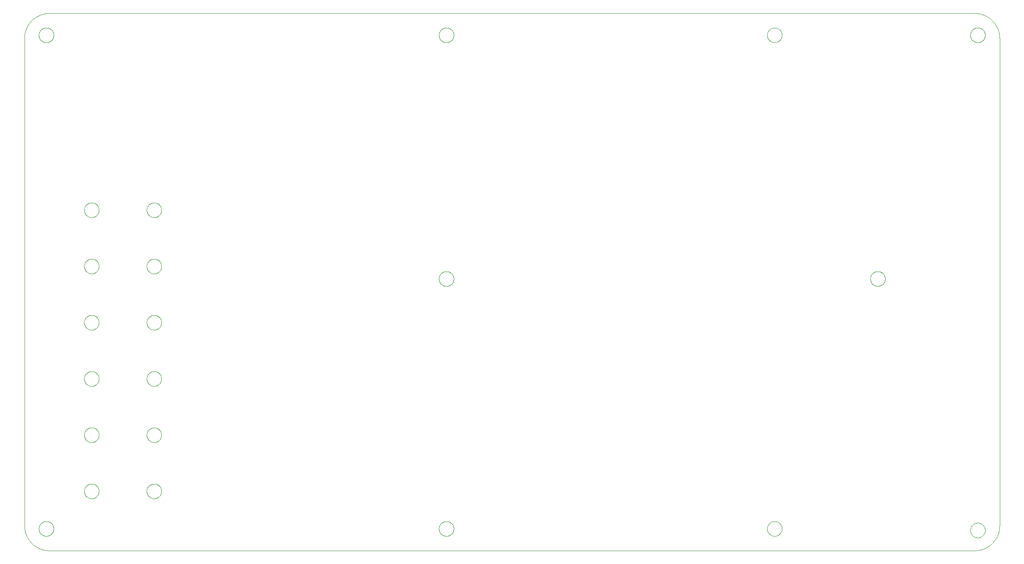
<source format=gbp>
G75*
%MOIN*%
%OFA0B0*%
%FSLAX25Y25*%
%IPPOS*%
%LPD*%
%AMOC8*
5,1,8,0,0,1.08239X$1,22.5*
%
%ADD10C,0.00001*%
%ADD11C,0.00000*%
D10*
X0002667Y0411800D02*
X0002673Y0412291D01*
X0002691Y0412782D01*
X0002721Y0413272D01*
X0002763Y0413761D01*
X0002817Y0414249D01*
X0002884Y0414735D01*
X0002961Y0415220D01*
X0003051Y0415702D01*
X0003153Y0416182D01*
X0003266Y0416660D01*
X0003392Y0417135D01*
X0003528Y0417606D01*
X0003677Y0418074D01*
X0003836Y0418538D01*
X0004007Y0418998D01*
X0004189Y0419454D01*
X0004383Y0419905D01*
X0004587Y0420351D01*
X0004803Y0420792D01*
X0005029Y0421228D01*
X0005265Y0421658D01*
X0005512Y0422082D01*
X0005770Y0422500D01*
X0006038Y0422911D01*
X0006315Y0423316D01*
X0006603Y0423714D01*
X0006900Y0424105D01*
X0007207Y0424488D01*
X0007523Y0424863D01*
X0007848Y0425231D01*
X0008182Y0425591D01*
X0008525Y0425942D01*
X0008876Y0426285D01*
X0009236Y0426619D01*
X0009604Y0426944D01*
X0009979Y0427260D01*
X0010362Y0427567D01*
X0010753Y0427864D01*
X0011151Y0428152D01*
X0011556Y0428429D01*
X0011967Y0428697D01*
X0012385Y0428955D01*
X0012809Y0429202D01*
X0013239Y0429438D01*
X0013675Y0429664D01*
X0014116Y0429880D01*
X0014562Y0430084D01*
X0015013Y0430278D01*
X0015469Y0430460D01*
X0015929Y0430631D01*
X0016393Y0430790D01*
X0016861Y0430939D01*
X0017332Y0431075D01*
X0017807Y0431201D01*
X0018285Y0431314D01*
X0018765Y0431416D01*
X0019247Y0431506D01*
X0019732Y0431583D01*
X0020218Y0431650D01*
X0020706Y0431704D01*
X0021195Y0431746D01*
X0021685Y0431776D01*
X0022176Y0431794D01*
X0022667Y0431800D01*
D11*
X0022667Y0001800D02*
X0762667Y0001800D01*
X0759261Y0018050D02*
X0759263Y0018203D01*
X0759269Y0018357D01*
X0759279Y0018510D01*
X0759293Y0018662D01*
X0759311Y0018815D01*
X0759333Y0018966D01*
X0759358Y0019117D01*
X0759388Y0019268D01*
X0759422Y0019418D01*
X0759459Y0019566D01*
X0759500Y0019714D01*
X0759545Y0019860D01*
X0759594Y0020006D01*
X0759647Y0020150D01*
X0759703Y0020292D01*
X0759763Y0020433D01*
X0759827Y0020573D01*
X0759894Y0020711D01*
X0759965Y0020847D01*
X0760040Y0020981D01*
X0760117Y0021113D01*
X0760199Y0021243D01*
X0760283Y0021371D01*
X0760371Y0021497D01*
X0760462Y0021620D01*
X0760556Y0021741D01*
X0760654Y0021859D01*
X0760754Y0021975D01*
X0760858Y0022088D01*
X0760964Y0022199D01*
X0761073Y0022307D01*
X0761185Y0022412D01*
X0761299Y0022513D01*
X0761417Y0022612D01*
X0761536Y0022708D01*
X0761658Y0022801D01*
X0761783Y0022890D01*
X0761910Y0022977D01*
X0762039Y0023059D01*
X0762170Y0023139D01*
X0762303Y0023215D01*
X0762438Y0023288D01*
X0762575Y0023357D01*
X0762714Y0023422D01*
X0762854Y0023484D01*
X0762996Y0023542D01*
X0763139Y0023597D01*
X0763284Y0023648D01*
X0763430Y0023695D01*
X0763577Y0023738D01*
X0763725Y0023777D01*
X0763874Y0023813D01*
X0764024Y0023844D01*
X0764175Y0023872D01*
X0764326Y0023896D01*
X0764479Y0023916D01*
X0764631Y0023932D01*
X0764784Y0023944D01*
X0764937Y0023952D01*
X0765090Y0023956D01*
X0765244Y0023956D01*
X0765397Y0023952D01*
X0765550Y0023944D01*
X0765703Y0023932D01*
X0765855Y0023916D01*
X0766008Y0023896D01*
X0766159Y0023872D01*
X0766310Y0023844D01*
X0766460Y0023813D01*
X0766609Y0023777D01*
X0766757Y0023738D01*
X0766904Y0023695D01*
X0767050Y0023648D01*
X0767195Y0023597D01*
X0767338Y0023542D01*
X0767480Y0023484D01*
X0767620Y0023422D01*
X0767759Y0023357D01*
X0767896Y0023288D01*
X0768031Y0023215D01*
X0768164Y0023139D01*
X0768295Y0023059D01*
X0768424Y0022977D01*
X0768551Y0022890D01*
X0768676Y0022801D01*
X0768798Y0022708D01*
X0768917Y0022612D01*
X0769035Y0022513D01*
X0769149Y0022412D01*
X0769261Y0022307D01*
X0769370Y0022199D01*
X0769476Y0022088D01*
X0769580Y0021975D01*
X0769680Y0021859D01*
X0769778Y0021741D01*
X0769872Y0021620D01*
X0769963Y0021497D01*
X0770051Y0021371D01*
X0770135Y0021243D01*
X0770217Y0021113D01*
X0770294Y0020981D01*
X0770369Y0020847D01*
X0770440Y0020711D01*
X0770507Y0020573D01*
X0770571Y0020433D01*
X0770631Y0020292D01*
X0770687Y0020150D01*
X0770740Y0020006D01*
X0770789Y0019860D01*
X0770834Y0019714D01*
X0770875Y0019566D01*
X0770912Y0019418D01*
X0770946Y0019268D01*
X0770976Y0019117D01*
X0771001Y0018966D01*
X0771023Y0018815D01*
X0771041Y0018662D01*
X0771055Y0018510D01*
X0771065Y0018357D01*
X0771071Y0018203D01*
X0771073Y0018050D01*
X0771071Y0017897D01*
X0771065Y0017743D01*
X0771055Y0017590D01*
X0771041Y0017438D01*
X0771023Y0017285D01*
X0771001Y0017134D01*
X0770976Y0016983D01*
X0770946Y0016832D01*
X0770912Y0016682D01*
X0770875Y0016534D01*
X0770834Y0016386D01*
X0770789Y0016240D01*
X0770740Y0016094D01*
X0770687Y0015950D01*
X0770631Y0015808D01*
X0770571Y0015667D01*
X0770507Y0015527D01*
X0770440Y0015389D01*
X0770369Y0015253D01*
X0770294Y0015119D01*
X0770217Y0014987D01*
X0770135Y0014857D01*
X0770051Y0014729D01*
X0769963Y0014603D01*
X0769872Y0014480D01*
X0769778Y0014359D01*
X0769680Y0014241D01*
X0769580Y0014125D01*
X0769476Y0014012D01*
X0769370Y0013901D01*
X0769261Y0013793D01*
X0769149Y0013688D01*
X0769035Y0013587D01*
X0768917Y0013488D01*
X0768798Y0013392D01*
X0768676Y0013299D01*
X0768551Y0013210D01*
X0768424Y0013123D01*
X0768295Y0013041D01*
X0768164Y0012961D01*
X0768031Y0012885D01*
X0767896Y0012812D01*
X0767759Y0012743D01*
X0767620Y0012678D01*
X0767480Y0012616D01*
X0767338Y0012558D01*
X0767195Y0012503D01*
X0767050Y0012452D01*
X0766904Y0012405D01*
X0766757Y0012362D01*
X0766609Y0012323D01*
X0766460Y0012287D01*
X0766310Y0012256D01*
X0766159Y0012228D01*
X0766008Y0012204D01*
X0765855Y0012184D01*
X0765703Y0012168D01*
X0765550Y0012156D01*
X0765397Y0012148D01*
X0765244Y0012144D01*
X0765090Y0012144D01*
X0764937Y0012148D01*
X0764784Y0012156D01*
X0764631Y0012168D01*
X0764479Y0012184D01*
X0764326Y0012204D01*
X0764175Y0012228D01*
X0764024Y0012256D01*
X0763874Y0012287D01*
X0763725Y0012323D01*
X0763577Y0012362D01*
X0763430Y0012405D01*
X0763284Y0012452D01*
X0763139Y0012503D01*
X0762996Y0012558D01*
X0762854Y0012616D01*
X0762714Y0012678D01*
X0762575Y0012743D01*
X0762438Y0012812D01*
X0762303Y0012885D01*
X0762170Y0012961D01*
X0762039Y0013041D01*
X0761910Y0013123D01*
X0761783Y0013210D01*
X0761658Y0013299D01*
X0761536Y0013392D01*
X0761417Y0013488D01*
X0761299Y0013587D01*
X0761185Y0013688D01*
X0761073Y0013793D01*
X0760964Y0013901D01*
X0760858Y0014012D01*
X0760754Y0014125D01*
X0760654Y0014241D01*
X0760556Y0014359D01*
X0760462Y0014480D01*
X0760371Y0014603D01*
X0760283Y0014729D01*
X0760199Y0014857D01*
X0760117Y0014987D01*
X0760040Y0015119D01*
X0759965Y0015253D01*
X0759894Y0015389D01*
X0759827Y0015527D01*
X0759763Y0015667D01*
X0759703Y0015808D01*
X0759647Y0015950D01*
X0759594Y0016094D01*
X0759545Y0016240D01*
X0759500Y0016386D01*
X0759459Y0016534D01*
X0759422Y0016682D01*
X0759388Y0016832D01*
X0759358Y0016983D01*
X0759333Y0017134D01*
X0759311Y0017285D01*
X0759293Y0017438D01*
X0759279Y0017590D01*
X0759269Y0017743D01*
X0759263Y0017897D01*
X0759261Y0018050D01*
X0762667Y0001800D02*
X0763150Y0001806D01*
X0763633Y0001823D01*
X0764116Y0001853D01*
X0764597Y0001893D01*
X0765078Y0001946D01*
X0765557Y0002010D01*
X0766034Y0002085D01*
X0766510Y0002173D01*
X0766983Y0002271D01*
X0767453Y0002381D01*
X0767921Y0002502D01*
X0768386Y0002635D01*
X0768847Y0002779D01*
X0769305Y0002934D01*
X0769759Y0003100D01*
X0770209Y0003277D01*
X0770654Y0003464D01*
X0771095Y0003663D01*
X0771531Y0003871D01*
X0771961Y0004091D01*
X0772387Y0004321D01*
X0772806Y0004561D01*
X0773220Y0004811D01*
X0773627Y0005071D01*
X0774028Y0005340D01*
X0774423Y0005620D01*
X0774810Y0005908D01*
X0775191Y0006207D01*
X0775564Y0006514D01*
X0775929Y0006830D01*
X0776287Y0007155D01*
X0776637Y0007488D01*
X0776979Y0007830D01*
X0777312Y0008180D01*
X0777637Y0008538D01*
X0777953Y0008903D01*
X0778260Y0009276D01*
X0778559Y0009657D01*
X0778847Y0010044D01*
X0779127Y0010439D01*
X0779396Y0010840D01*
X0779656Y0011247D01*
X0779906Y0011661D01*
X0780146Y0012080D01*
X0780376Y0012506D01*
X0780596Y0012936D01*
X0780804Y0013372D01*
X0781003Y0013813D01*
X0781190Y0014258D01*
X0781367Y0014708D01*
X0781533Y0015162D01*
X0781688Y0015620D01*
X0781832Y0016081D01*
X0781965Y0016546D01*
X0782086Y0017014D01*
X0782196Y0017484D01*
X0782294Y0017957D01*
X0782382Y0018433D01*
X0782457Y0018910D01*
X0782521Y0019389D01*
X0782574Y0019870D01*
X0782614Y0020351D01*
X0782644Y0020834D01*
X0782661Y0021317D01*
X0782667Y0021800D01*
X0782667Y0411800D01*
X0759261Y0414300D02*
X0759263Y0414453D01*
X0759269Y0414607D01*
X0759279Y0414760D01*
X0759293Y0414912D01*
X0759311Y0415065D01*
X0759333Y0415216D01*
X0759358Y0415367D01*
X0759388Y0415518D01*
X0759422Y0415668D01*
X0759459Y0415816D01*
X0759500Y0415964D01*
X0759545Y0416110D01*
X0759594Y0416256D01*
X0759647Y0416400D01*
X0759703Y0416542D01*
X0759763Y0416683D01*
X0759827Y0416823D01*
X0759894Y0416961D01*
X0759965Y0417097D01*
X0760040Y0417231D01*
X0760117Y0417363D01*
X0760199Y0417493D01*
X0760283Y0417621D01*
X0760371Y0417747D01*
X0760462Y0417870D01*
X0760556Y0417991D01*
X0760654Y0418109D01*
X0760754Y0418225D01*
X0760858Y0418338D01*
X0760964Y0418449D01*
X0761073Y0418557D01*
X0761185Y0418662D01*
X0761299Y0418763D01*
X0761417Y0418862D01*
X0761536Y0418958D01*
X0761658Y0419051D01*
X0761783Y0419140D01*
X0761910Y0419227D01*
X0762039Y0419309D01*
X0762170Y0419389D01*
X0762303Y0419465D01*
X0762438Y0419538D01*
X0762575Y0419607D01*
X0762714Y0419672D01*
X0762854Y0419734D01*
X0762996Y0419792D01*
X0763139Y0419847D01*
X0763284Y0419898D01*
X0763430Y0419945D01*
X0763577Y0419988D01*
X0763725Y0420027D01*
X0763874Y0420063D01*
X0764024Y0420094D01*
X0764175Y0420122D01*
X0764326Y0420146D01*
X0764479Y0420166D01*
X0764631Y0420182D01*
X0764784Y0420194D01*
X0764937Y0420202D01*
X0765090Y0420206D01*
X0765244Y0420206D01*
X0765397Y0420202D01*
X0765550Y0420194D01*
X0765703Y0420182D01*
X0765855Y0420166D01*
X0766008Y0420146D01*
X0766159Y0420122D01*
X0766310Y0420094D01*
X0766460Y0420063D01*
X0766609Y0420027D01*
X0766757Y0419988D01*
X0766904Y0419945D01*
X0767050Y0419898D01*
X0767195Y0419847D01*
X0767338Y0419792D01*
X0767480Y0419734D01*
X0767620Y0419672D01*
X0767759Y0419607D01*
X0767896Y0419538D01*
X0768031Y0419465D01*
X0768164Y0419389D01*
X0768295Y0419309D01*
X0768424Y0419227D01*
X0768551Y0419140D01*
X0768676Y0419051D01*
X0768798Y0418958D01*
X0768917Y0418862D01*
X0769035Y0418763D01*
X0769149Y0418662D01*
X0769261Y0418557D01*
X0769370Y0418449D01*
X0769476Y0418338D01*
X0769580Y0418225D01*
X0769680Y0418109D01*
X0769778Y0417991D01*
X0769872Y0417870D01*
X0769963Y0417747D01*
X0770051Y0417621D01*
X0770135Y0417493D01*
X0770217Y0417363D01*
X0770294Y0417231D01*
X0770369Y0417097D01*
X0770440Y0416961D01*
X0770507Y0416823D01*
X0770571Y0416683D01*
X0770631Y0416542D01*
X0770687Y0416400D01*
X0770740Y0416256D01*
X0770789Y0416110D01*
X0770834Y0415964D01*
X0770875Y0415816D01*
X0770912Y0415668D01*
X0770946Y0415518D01*
X0770976Y0415367D01*
X0771001Y0415216D01*
X0771023Y0415065D01*
X0771041Y0414912D01*
X0771055Y0414760D01*
X0771065Y0414607D01*
X0771071Y0414453D01*
X0771073Y0414300D01*
X0771071Y0414147D01*
X0771065Y0413993D01*
X0771055Y0413840D01*
X0771041Y0413688D01*
X0771023Y0413535D01*
X0771001Y0413384D01*
X0770976Y0413233D01*
X0770946Y0413082D01*
X0770912Y0412932D01*
X0770875Y0412784D01*
X0770834Y0412636D01*
X0770789Y0412490D01*
X0770740Y0412344D01*
X0770687Y0412200D01*
X0770631Y0412058D01*
X0770571Y0411917D01*
X0770507Y0411777D01*
X0770440Y0411639D01*
X0770369Y0411503D01*
X0770294Y0411369D01*
X0770217Y0411237D01*
X0770135Y0411107D01*
X0770051Y0410979D01*
X0769963Y0410853D01*
X0769872Y0410730D01*
X0769778Y0410609D01*
X0769680Y0410491D01*
X0769580Y0410375D01*
X0769476Y0410262D01*
X0769370Y0410151D01*
X0769261Y0410043D01*
X0769149Y0409938D01*
X0769035Y0409837D01*
X0768917Y0409738D01*
X0768798Y0409642D01*
X0768676Y0409549D01*
X0768551Y0409460D01*
X0768424Y0409373D01*
X0768295Y0409291D01*
X0768164Y0409211D01*
X0768031Y0409135D01*
X0767896Y0409062D01*
X0767759Y0408993D01*
X0767620Y0408928D01*
X0767480Y0408866D01*
X0767338Y0408808D01*
X0767195Y0408753D01*
X0767050Y0408702D01*
X0766904Y0408655D01*
X0766757Y0408612D01*
X0766609Y0408573D01*
X0766460Y0408537D01*
X0766310Y0408506D01*
X0766159Y0408478D01*
X0766008Y0408454D01*
X0765855Y0408434D01*
X0765703Y0408418D01*
X0765550Y0408406D01*
X0765397Y0408398D01*
X0765244Y0408394D01*
X0765090Y0408394D01*
X0764937Y0408398D01*
X0764784Y0408406D01*
X0764631Y0408418D01*
X0764479Y0408434D01*
X0764326Y0408454D01*
X0764175Y0408478D01*
X0764024Y0408506D01*
X0763874Y0408537D01*
X0763725Y0408573D01*
X0763577Y0408612D01*
X0763430Y0408655D01*
X0763284Y0408702D01*
X0763139Y0408753D01*
X0762996Y0408808D01*
X0762854Y0408866D01*
X0762714Y0408928D01*
X0762575Y0408993D01*
X0762438Y0409062D01*
X0762303Y0409135D01*
X0762170Y0409211D01*
X0762039Y0409291D01*
X0761910Y0409373D01*
X0761783Y0409460D01*
X0761658Y0409549D01*
X0761536Y0409642D01*
X0761417Y0409738D01*
X0761299Y0409837D01*
X0761185Y0409938D01*
X0761073Y0410043D01*
X0760964Y0410151D01*
X0760858Y0410262D01*
X0760754Y0410375D01*
X0760654Y0410491D01*
X0760556Y0410609D01*
X0760462Y0410730D01*
X0760371Y0410853D01*
X0760283Y0410979D01*
X0760199Y0411107D01*
X0760117Y0411237D01*
X0760040Y0411369D01*
X0759965Y0411503D01*
X0759894Y0411639D01*
X0759827Y0411777D01*
X0759763Y0411917D01*
X0759703Y0412058D01*
X0759647Y0412200D01*
X0759594Y0412344D01*
X0759545Y0412490D01*
X0759500Y0412636D01*
X0759459Y0412784D01*
X0759422Y0412932D01*
X0759388Y0413082D01*
X0759358Y0413233D01*
X0759333Y0413384D01*
X0759311Y0413535D01*
X0759293Y0413688D01*
X0759279Y0413840D01*
X0759269Y0413993D01*
X0759263Y0414147D01*
X0759261Y0414300D01*
X0762667Y0431800D02*
X0763150Y0431794D01*
X0763633Y0431777D01*
X0764116Y0431747D01*
X0764597Y0431707D01*
X0765078Y0431654D01*
X0765557Y0431590D01*
X0766034Y0431515D01*
X0766510Y0431427D01*
X0766983Y0431329D01*
X0767453Y0431219D01*
X0767921Y0431098D01*
X0768386Y0430965D01*
X0768847Y0430821D01*
X0769305Y0430666D01*
X0769759Y0430500D01*
X0770209Y0430323D01*
X0770654Y0430136D01*
X0771095Y0429937D01*
X0771531Y0429729D01*
X0771961Y0429509D01*
X0772387Y0429279D01*
X0772806Y0429039D01*
X0773220Y0428789D01*
X0773627Y0428529D01*
X0774028Y0428260D01*
X0774423Y0427980D01*
X0774810Y0427692D01*
X0775191Y0427393D01*
X0775564Y0427086D01*
X0775929Y0426770D01*
X0776287Y0426445D01*
X0776637Y0426112D01*
X0776979Y0425770D01*
X0777312Y0425420D01*
X0777637Y0425062D01*
X0777953Y0424697D01*
X0778260Y0424324D01*
X0778559Y0423943D01*
X0778847Y0423556D01*
X0779127Y0423161D01*
X0779396Y0422760D01*
X0779656Y0422353D01*
X0779906Y0421939D01*
X0780146Y0421520D01*
X0780376Y0421094D01*
X0780596Y0420664D01*
X0780804Y0420228D01*
X0781003Y0419787D01*
X0781190Y0419342D01*
X0781367Y0418892D01*
X0781533Y0418438D01*
X0781688Y0417980D01*
X0781832Y0417519D01*
X0781965Y0417054D01*
X0782086Y0416586D01*
X0782196Y0416116D01*
X0782294Y0415643D01*
X0782382Y0415167D01*
X0782457Y0414690D01*
X0782521Y0414211D01*
X0782574Y0413730D01*
X0782614Y0413249D01*
X0782644Y0412766D01*
X0782661Y0412283D01*
X0782667Y0411800D01*
X0762667Y0431800D02*
X0022667Y0431800D01*
X0014261Y0414300D02*
X0014263Y0414453D01*
X0014269Y0414607D01*
X0014279Y0414760D01*
X0014293Y0414912D01*
X0014311Y0415065D01*
X0014333Y0415216D01*
X0014358Y0415367D01*
X0014388Y0415518D01*
X0014422Y0415668D01*
X0014459Y0415816D01*
X0014500Y0415964D01*
X0014545Y0416110D01*
X0014594Y0416256D01*
X0014647Y0416400D01*
X0014703Y0416542D01*
X0014763Y0416683D01*
X0014827Y0416823D01*
X0014894Y0416961D01*
X0014965Y0417097D01*
X0015040Y0417231D01*
X0015117Y0417363D01*
X0015199Y0417493D01*
X0015283Y0417621D01*
X0015371Y0417747D01*
X0015462Y0417870D01*
X0015556Y0417991D01*
X0015654Y0418109D01*
X0015754Y0418225D01*
X0015858Y0418338D01*
X0015964Y0418449D01*
X0016073Y0418557D01*
X0016185Y0418662D01*
X0016299Y0418763D01*
X0016417Y0418862D01*
X0016536Y0418958D01*
X0016658Y0419051D01*
X0016783Y0419140D01*
X0016910Y0419227D01*
X0017039Y0419309D01*
X0017170Y0419389D01*
X0017303Y0419465D01*
X0017438Y0419538D01*
X0017575Y0419607D01*
X0017714Y0419672D01*
X0017854Y0419734D01*
X0017996Y0419792D01*
X0018139Y0419847D01*
X0018284Y0419898D01*
X0018430Y0419945D01*
X0018577Y0419988D01*
X0018725Y0420027D01*
X0018874Y0420063D01*
X0019024Y0420094D01*
X0019175Y0420122D01*
X0019326Y0420146D01*
X0019479Y0420166D01*
X0019631Y0420182D01*
X0019784Y0420194D01*
X0019937Y0420202D01*
X0020090Y0420206D01*
X0020244Y0420206D01*
X0020397Y0420202D01*
X0020550Y0420194D01*
X0020703Y0420182D01*
X0020855Y0420166D01*
X0021008Y0420146D01*
X0021159Y0420122D01*
X0021310Y0420094D01*
X0021460Y0420063D01*
X0021609Y0420027D01*
X0021757Y0419988D01*
X0021904Y0419945D01*
X0022050Y0419898D01*
X0022195Y0419847D01*
X0022338Y0419792D01*
X0022480Y0419734D01*
X0022620Y0419672D01*
X0022759Y0419607D01*
X0022896Y0419538D01*
X0023031Y0419465D01*
X0023164Y0419389D01*
X0023295Y0419309D01*
X0023424Y0419227D01*
X0023551Y0419140D01*
X0023676Y0419051D01*
X0023798Y0418958D01*
X0023917Y0418862D01*
X0024035Y0418763D01*
X0024149Y0418662D01*
X0024261Y0418557D01*
X0024370Y0418449D01*
X0024476Y0418338D01*
X0024580Y0418225D01*
X0024680Y0418109D01*
X0024778Y0417991D01*
X0024872Y0417870D01*
X0024963Y0417747D01*
X0025051Y0417621D01*
X0025135Y0417493D01*
X0025217Y0417363D01*
X0025294Y0417231D01*
X0025369Y0417097D01*
X0025440Y0416961D01*
X0025507Y0416823D01*
X0025571Y0416683D01*
X0025631Y0416542D01*
X0025687Y0416400D01*
X0025740Y0416256D01*
X0025789Y0416110D01*
X0025834Y0415964D01*
X0025875Y0415816D01*
X0025912Y0415668D01*
X0025946Y0415518D01*
X0025976Y0415367D01*
X0026001Y0415216D01*
X0026023Y0415065D01*
X0026041Y0414912D01*
X0026055Y0414760D01*
X0026065Y0414607D01*
X0026071Y0414453D01*
X0026073Y0414300D01*
X0026071Y0414147D01*
X0026065Y0413993D01*
X0026055Y0413840D01*
X0026041Y0413688D01*
X0026023Y0413535D01*
X0026001Y0413384D01*
X0025976Y0413233D01*
X0025946Y0413082D01*
X0025912Y0412932D01*
X0025875Y0412784D01*
X0025834Y0412636D01*
X0025789Y0412490D01*
X0025740Y0412344D01*
X0025687Y0412200D01*
X0025631Y0412058D01*
X0025571Y0411917D01*
X0025507Y0411777D01*
X0025440Y0411639D01*
X0025369Y0411503D01*
X0025294Y0411369D01*
X0025217Y0411237D01*
X0025135Y0411107D01*
X0025051Y0410979D01*
X0024963Y0410853D01*
X0024872Y0410730D01*
X0024778Y0410609D01*
X0024680Y0410491D01*
X0024580Y0410375D01*
X0024476Y0410262D01*
X0024370Y0410151D01*
X0024261Y0410043D01*
X0024149Y0409938D01*
X0024035Y0409837D01*
X0023917Y0409738D01*
X0023798Y0409642D01*
X0023676Y0409549D01*
X0023551Y0409460D01*
X0023424Y0409373D01*
X0023295Y0409291D01*
X0023164Y0409211D01*
X0023031Y0409135D01*
X0022896Y0409062D01*
X0022759Y0408993D01*
X0022620Y0408928D01*
X0022480Y0408866D01*
X0022338Y0408808D01*
X0022195Y0408753D01*
X0022050Y0408702D01*
X0021904Y0408655D01*
X0021757Y0408612D01*
X0021609Y0408573D01*
X0021460Y0408537D01*
X0021310Y0408506D01*
X0021159Y0408478D01*
X0021008Y0408454D01*
X0020855Y0408434D01*
X0020703Y0408418D01*
X0020550Y0408406D01*
X0020397Y0408398D01*
X0020244Y0408394D01*
X0020090Y0408394D01*
X0019937Y0408398D01*
X0019784Y0408406D01*
X0019631Y0408418D01*
X0019479Y0408434D01*
X0019326Y0408454D01*
X0019175Y0408478D01*
X0019024Y0408506D01*
X0018874Y0408537D01*
X0018725Y0408573D01*
X0018577Y0408612D01*
X0018430Y0408655D01*
X0018284Y0408702D01*
X0018139Y0408753D01*
X0017996Y0408808D01*
X0017854Y0408866D01*
X0017714Y0408928D01*
X0017575Y0408993D01*
X0017438Y0409062D01*
X0017303Y0409135D01*
X0017170Y0409211D01*
X0017039Y0409291D01*
X0016910Y0409373D01*
X0016783Y0409460D01*
X0016658Y0409549D01*
X0016536Y0409642D01*
X0016417Y0409738D01*
X0016299Y0409837D01*
X0016185Y0409938D01*
X0016073Y0410043D01*
X0015964Y0410151D01*
X0015858Y0410262D01*
X0015754Y0410375D01*
X0015654Y0410491D01*
X0015556Y0410609D01*
X0015462Y0410730D01*
X0015371Y0410853D01*
X0015283Y0410979D01*
X0015199Y0411107D01*
X0015117Y0411237D01*
X0015040Y0411369D01*
X0014965Y0411503D01*
X0014894Y0411639D01*
X0014827Y0411777D01*
X0014763Y0411917D01*
X0014703Y0412058D01*
X0014647Y0412200D01*
X0014594Y0412344D01*
X0014545Y0412490D01*
X0014500Y0412636D01*
X0014459Y0412784D01*
X0014422Y0412932D01*
X0014388Y0413082D01*
X0014358Y0413233D01*
X0014333Y0413384D01*
X0014311Y0413535D01*
X0014293Y0413688D01*
X0014279Y0413840D01*
X0014269Y0413993D01*
X0014263Y0414147D01*
X0014261Y0414300D01*
X0002667Y0411800D02*
X0002667Y0021800D01*
X0014261Y0019300D02*
X0014263Y0019453D01*
X0014269Y0019607D01*
X0014279Y0019760D01*
X0014293Y0019912D01*
X0014311Y0020065D01*
X0014333Y0020216D01*
X0014358Y0020367D01*
X0014388Y0020518D01*
X0014422Y0020668D01*
X0014459Y0020816D01*
X0014500Y0020964D01*
X0014545Y0021110D01*
X0014594Y0021256D01*
X0014647Y0021400D01*
X0014703Y0021542D01*
X0014763Y0021683D01*
X0014827Y0021823D01*
X0014894Y0021961D01*
X0014965Y0022097D01*
X0015040Y0022231D01*
X0015117Y0022363D01*
X0015199Y0022493D01*
X0015283Y0022621D01*
X0015371Y0022747D01*
X0015462Y0022870D01*
X0015556Y0022991D01*
X0015654Y0023109D01*
X0015754Y0023225D01*
X0015858Y0023338D01*
X0015964Y0023449D01*
X0016073Y0023557D01*
X0016185Y0023662D01*
X0016299Y0023763D01*
X0016417Y0023862D01*
X0016536Y0023958D01*
X0016658Y0024051D01*
X0016783Y0024140D01*
X0016910Y0024227D01*
X0017039Y0024309D01*
X0017170Y0024389D01*
X0017303Y0024465D01*
X0017438Y0024538D01*
X0017575Y0024607D01*
X0017714Y0024672D01*
X0017854Y0024734D01*
X0017996Y0024792D01*
X0018139Y0024847D01*
X0018284Y0024898D01*
X0018430Y0024945D01*
X0018577Y0024988D01*
X0018725Y0025027D01*
X0018874Y0025063D01*
X0019024Y0025094D01*
X0019175Y0025122D01*
X0019326Y0025146D01*
X0019479Y0025166D01*
X0019631Y0025182D01*
X0019784Y0025194D01*
X0019937Y0025202D01*
X0020090Y0025206D01*
X0020244Y0025206D01*
X0020397Y0025202D01*
X0020550Y0025194D01*
X0020703Y0025182D01*
X0020855Y0025166D01*
X0021008Y0025146D01*
X0021159Y0025122D01*
X0021310Y0025094D01*
X0021460Y0025063D01*
X0021609Y0025027D01*
X0021757Y0024988D01*
X0021904Y0024945D01*
X0022050Y0024898D01*
X0022195Y0024847D01*
X0022338Y0024792D01*
X0022480Y0024734D01*
X0022620Y0024672D01*
X0022759Y0024607D01*
X0022896Y0024538D01*
X0023031Y0024465D01*
X0023164Y0024389D01*
X0023295Y0024309D01*
X0023424Y0024227D01*
X0023551Y0024140D01*
X0023676Y0024051D01*
X0023798Y0023958D01*
X0023917Y0023862D01*
X0024035Y0023763D01*
X0024149Y0023662D01*
X0024261Y0023557D01*
X0024370Y0023449D01*
X0024476Y0023338D01*
X0024580Y0023225D01*
X0024680Y0023109D01*
X0024778Y0022991D01*
X0024872Y0022870D01*
X0024963Y0022747D01*
X0025051Y0022621D01*
X0025135Y0022493D01*
X0025217Y0022363D01*
X0025294Y0022231D01*
X0025369Y0022097D01*
X0025440Y0021961D01*
X0025507Y0021823D01*
X0025571Y0021683D01*
X0025631Y0021542D01*
X0025687Y0021400D01*
X0025740Y0021256D01*
X0025789Y0021110D01*
X0025834Y0020964D01*
X0025875Y0020816D01*
X0025912Y0020668D01*
X0025946Y0020518D01*
X0025976Y0020367D01*
X0026001Y0020216D01*
X0026023Y0020065D01*
X0026041Y0019912D01*
X0026055Y0019760D01*
X0026065Y0019607D01*
X0026071Y0019453D01*
X0026073Y0019300D01*
X0026071Y0019147D01*
X0026065Y0018993D01*
X0026055Y0018840D01*
X0026041Y0018688D01*
X0026023Y0018535D01*
X0026001Y0018384D01*
X0025976Y0018233D01*
X0025946Y0018082D01*
X0025912Y0017932D01*
X0025875Y0017784D01*
X0025834Y0017636D01*
X0025789Y0017490D01*
X0025740Y0017344D01*
X0025687Y0017200D01*
X0025631Y0017058D01*
X0025571Y0016917D01*
X0025507Y0016777D01*
X0025440Y0016639D01*
X0025369Y0016503D01*
X0025294Y0016369D01*
X0025217Y0016237D01*
X0025135Y0016107D01*
X0025051Y0015979D01*
X0024963Y0015853D01*
X0024872Y0015730D01*
X0024778Y0015609D01*
X0024680Y0015491D01*
X0024580Y0015375D01*
X0024476Y0015262D01*
X0024370Y0015151D01*
X0024261Y0015043D01*
X0024149Y0014938D01*
X0024035Y0014837D01*
X0023917Y0014738D01*
X0023798Y0014642D01*
X0023676Y0014549D01*
X0023551Y0014460D01*
X0023424Y0014373D01*
X0023295Y0014291D01*
X0023164Y0014211D01*
X0023031Y0014135D01*
X0022896Y0014062D01*
X0022759Y0013993D01*
X0022620Y0013928D01*
X0022480Y0013866D01*
X0022338Y0013808D01*
X0022195Y0013753D01*
X0022050Y0013702D01*
X0021904Y0013655D01*
X0021757Y0013612D01*
X0021609Y0013573D01*
X0021460Y0013537D01*
X0021310Y0013506D01*
X0021159Y0013478D01*
X0021008Y0013454D01*
X0020855Y0013434D01*
X0020703Y0013418D01*
X0020550Y0013406D01*
X0020397Y0013398D01*
X0020244Y0013394D01*
X0020090Y0013394D01*
X0019937Y0013398D01*
X0019784Y0013406D01*
X0019631Y0013418D01*
X0019479Y0013434D01*
X0019326Y0013454D01*
X0019175Y0013478D01*
X0019024Y0013506D01*
X0018874Y0013537D01*
X0018725Y0013573D01*
X0018577Y0013612D01*
X0018430Y0013655D01*
X0018284Y0013702D01*
X0018139Y0013753D01*
X0017996Y0013808D01*
X0017854Y0013866D01*
X0017714Y0013928D01*
X0017575Y0013993D01*
X0017438Y0014062D01*
X0017303Y0014135D01*
X0017170Y0014211D01*
X0017039Y0014291D01*
X0016910Y0014373D01*
X0016783Y0014460D01*
X0016658Y0014549D01*
X0016536Y0014642D01*
X0016417Y0014738D01*
X0016299Y0014837D01*
X0016185Y0014938D01*
X0016073Y0015043D01*
X0015964Y0015151D01*
X0015858Y0015262D01*
X0015754Y0015375D01*
X0015654Y0015491D01*
X0015556Y0015609D01*
X0015462Y0015730D01*
X0015371Y0015853D01*
X0015283Y0015979D01*
X0015199Y0016107D01*
X0015117Y0016237D01*
X0015040Y0016369D01*
X0014965Y0016503D01*
X0014894Y0016639D01*
X0014827Y0016777D01*
X0014763Y0016917D01*
X0014703Y0017058D01*
X0014647Y0017200D01*
X0014594Y0017344D01*
X0014545Y0017490D01*
X0014500Y0017636D01*
X0014459Y0017784D01*
X0014422Y0017932D01*
X0014388Y0018082D01*
X0014358Y0018233D01*
X0014333Y0018384D01*
X0014311Y0018535D01*
X0014293Y0018688D01*
X0014279Y0018840D01*
X0014269Y0018993D01*
X0014263Y0019147D01*
X0014261Y0019300D01*
X0002667Y0021800D02*
X0002673Y0021317D01*
X0002690Y0020834D01*
X0002720Y0020351D01*
X0002760Y0019870D01*
X0002813Y0019389D01*
X0002877Y0018910D01*
X0002952Y0018433D01*
X0003040Y0017957D01*
X0003138Y0017484D01*
X0003248Y0017014D01*
X0003369Y0016546D01*
X0003502Y0016081D01*
X0003646Y0015620D01*
X0003801Y0015162D01*
X0003967Y0014708D01*
X0004144Y0014258D01*
X0004331Y0013813D01*
X0004530Y0013372D01*
X0004738Y0012936D01*
X0004958Y0012506D01*
X0005188Y0012080D01*
X0005428Y0011661D01*
X0005678Y0011247D01*
X0005938Y0010840D01*
X0006207Y0010439D01*
X0006487Y0010044D01*
X0006775Y0009657D01*
X0007074Y0009276D01*
X0007381Y0008903D01*
X0007697Y0008538D01*
X0008022Y0008180D01*
X0008355Y0007830D01*
X0008697Y0007488D01*
X0009047Y0007155D01*
X0009405Y0006830D01*
X0009770Y0006514D01*
X0010143Y0006207D01*
X0010524Y0005908D01*
X0010911Y0005620D01*
X0011306Y0005340D01*
X0011707Y0005071D01*
X0012114Y0004811D01*
X0012528Y0004561D01*
X0012947Y0004321D01*
X0013373Y0004091D01*
X0013803Y0003871D01*
X0014239Y0003663D01*
X0014680Y0003464D01*
X0015125Y0003277D01*
X0015575Y0003100D01*
X0016029Y0002934D01*
X0016487Y0002779D01*
X0016948Y0002635D01*
X0017413Y0002502D01*
X0017881Y0002381D01*
X0018351Y0002271D01*
X0018824Y0002173D01*
X0019300Y0002085D01*
X0019777Y0002010D01*
X0020256Y0001946D01*
X0020737Y0001893D01*
X0021218Y0001853D01*
X0021701Y0001823D01*
X0022184Y0001806D01*
X0022667Y0001800D01*
X0050511Y0049300D02*
X0050513Y0049453D01*
X0050519Y0049607D01*
X0050529Y0049760D01*
X0050543Y0049912D01*
X0050561Y0050065D01*
X0050583Y0050216D01*
X0050608Y0050367D01*
X0050638Y0050518D01*
X0050672Y0050668D01*
X0050709Y0050816D01*
X0050750Y0050964D01*
X0050795Y0051110D01*
X0050844Y0051256D01*
X0050897Y0051400D01*
X0050953Y0051542D01*
X0051013Y0051683D01*
X0051077Y0051823D01*
X0051144Y0051961D01*
X0051215Y0052097D01*
X0051290Y0052231D01*
X0051367Y0052363D01*
X0051449Y0052493D01*
X0051533Y0052621D01*
X0051621Y0052747D01*
X0051712Y0052870D01*
X0051806Y0052991D01*
X0051904Y0053109D01*
X0052004Y0053225D01*
X0052108Y0053338D01*
X0052214Y0053449D01*
X0052323Y0053557D01*
X0052435Y0053662D01*
X0052549Y0053763D01*
X0052667Y0053862D01*
X0052786Y0053958D01*
X0052908Y0054051D01*
X0053033Y0054140D01*
X0053160Y0054227D01*
X0053289Y0054309D01*
X0053420Y0054389D01*
X0053553Y0054465D01*
X0053688Y0054538D01*
X0053825Y0054607D01*
X0053964Y0054672D01*
X0054104Y0054734D01*
X0054246Y0054792D01*
X0054389Y0054847D01*
X0054534Y0054898D01*
X0054680Y0054945D01*
X0054827Y0054988D01*
X0054975Y0055027D01*
X0055124Y0055063D01*
X0055274Y0055094D01*
X0055425Y0055122D01*
X0055576Y0055146D01*
X0055729Y0055166D01*
X0055881Y0055182D01*
X0056034Y0055194D01*
X0056187Y0055202D01*
X0056340Y0055206D01*
X0056494Y0055206D01*
X0056647Y0055202D01*
X0056800Y0055194D01*
X0056953Y0055182D01*
X0057105Y0055166D01*
X0057258Y0055146D01*
X0057409Y0055122D01*
X0057560Y0055094D01*
X0057710Y0055063D01*
X0057859Y0055027D01*
X0058007Y0054988D01*
X0058154Y0054945D01*
X0058300Y0054898D01*
X0058445Y0054847D01*
X0058588Y0054792D01*
X0058730Y0054734D01*
X0058870Y0054672D01*
X0059009Y0054607D01*
X0059146Y0054538D01*
X0059281Y0054465D01*
X0059414Y0054389D01*
X0059545Y0054309D01*
X0059674Y0054227D01*
X0059801Y0054140D01*
X0059926Y0054051D01*
X0060048Y0053958D01*
X0060167Y0053862D01*
X0060285Y0053763D01*
X0060399Y0053662D01*
X0060511Y0053557D01*
X0060620Y0053449D01*
X0060726Y0053338D01*
X0060830Y0053225D01*
X0060930Y0053109D01*
X0061028Y0052991D01*
X0061122Y0052870D01*
X0061213Y0052747D01*
X0061301Y0052621D01*
X0061385Y0052493D01*
X0061467Y0052363D01*
X0061544Y0052231D01*
X0061619Y0052097D01*
X0061690Y0051961D01*
X0061757Y0051823D01*
X0061821Y0051683D01*
X0061881Y0051542D01*
X0061937Y0051400D01*
X0061990Y0051256D01*
X0062039Y0051110D01*
X0062084Y0050964D01*
X0062125Y0050816D01*
X0062162Y0050668D01*
X0062196Y0050518D01*
X0062226Y0050367D01*
X0062251Y0050216D01*
X0062273Y0050065D01*
X0062291Y0049912D01*
X0062305Y0049760D01*
X0062315Y0049607D01*
X0062321Y0049453D01*
X0062323Y0049300D01*
X0062321Y0049147D01*
X0062315Y0048993D01*
X0062305Y0048840D01*
X0062291Y0048688D01*
X0062273Y0048535D01*
X0062251Y0048384D01*
X0062226Y0048233D01*
X0062196Y0048082D01*
X0062162Y0047932D01*
X0062125Y0047784D01*
X0062084Y0047636D01*
X0062039Y0047490D01*
X0061990Y0047344D01*
X0061937Y0047200D01*
X0061881Y0047058D01*
X0061821Y0046917D01*
X0061757Y0046777D01*
X0061690Y0046639D01*
X0061619Y0046503D01*
X0061544Y0046369D01*
X0061467Y0046237D01*
X0061385Y0046107D01*
X0061301Y0045979D01*
X0061213Y0045853D01*
X0061122Y0045730D01*
X0061028Y0045609D01*
X0060930Y0045491D01*
X0060830Y0045375D01*
X0060726Y0045262D01*
X0060620Y0045151D01*
X0060511Y0045043D01*
X0060399Y0044938D01*
X0060285Y0044837D01*
X0060167Y0044738D01*
X0060048Y0044642D01*
X0059926Y0044549D01*
X0059801Y0044460D01*
X0059674Y0044373D01*
X0059545Y0044291D01*
X0059414Y0044211D01*
X0059281Y0044135D01*
X0059146Y0044062D01*
X0059009Y0043993D01*
X0058870Y0043928D01*
X0058730Y0043866D01*
X0058588Y0043808D01*
X0058445Y0043753D01*
X0058300Y0043702D01*
X0058154Y0043655D01*
X0058007Y0043612D01*
X0057859Y0043573D01*
X0057710Y0043537D01*
X0057560Y0043506D01*
X0057409Y0043478D01*
X0057258Y0043454D01*
X0057105Y0043434D01*
X0056953Y0043418D01*
X0056800Y0043406D01*
X0056647Y0043398D01*
X0056494Y0043394D01*
X0056340Y0043394D01*
X0056187Y0043398D01*
X0056034Y0043406D01*
X0055881Y0043418D01*
X0055729Y0043434D01*
X0055576Y0043454D01*
X0055425Y0043478D01*
X0055274Y0043506D01*
X0055124Y0043537D01*
X0054975Y0043573D01*
X0054827Y0043612D01*
X0054680Y0043655D01*
X0054534Y0043702D01*
X0054389Y0043753D01*
X0054246Y0043808D01*
X0054104Y0043866D01*
X0053964Y0043928D01*
X0053825Y0043993D01*
X0053688Y0044062D01*
X0053553Y0044135D01*
X0053420Y0044211D01*
X0053289Y0044291D01*
X0053160Y0044373D01*
X0053033Y0044460D01*
X0052908Y0044549D01*
X0052786Y0044642D01*
X0052667Y0044738D01*
X0052549Y0044837D01*
X0052435Y0044938D01*
X0052323Y0045043D01*
X0052214Y0045151D01*
X0052108Y0045262D01*
X0052004Y0045375D01*
X0051904Y0045491D01*
X0051806Y0045609D01*
X0051712Y0045730D01*
X0051621Y0045853D01*
X0051533Y0045979D01*
X0051449Y0046107D01*
X0051367Y0046237D01*
X0051290Y0046369D01*
X0051215Y0046503D01*
X0051144Y0046639D01*
X0051077Y0046777D01*
X0051013Y0046917D01*
X0050953Y0047058D01*
X0050897Y0047200D01*
X0050844Y0047344D01*
X0050795Y0047490D01*
X0050750Y0047636D01*
X0050709Y0047784D01*
X0050672Y0047932D01*
X0050638Y0048082D01*
X0050608Y0048233D01*
X0050583Y0048384D01*
X0050561Y0048535D01*
X0050543Y0048688D01*
X0050529Y0048840D01*
X0050519Y0048993D01*
X0050513Y0049147D01*
X0050511Y0049300D01*
X0100511Y0049300D02*
X0100513Y0049453D01*
X0100519Y0049607D01*
X0100529Y0049760D01*
X0100543Y0049912D01*
X0100561Y0050065D01*
X0100583Y0050216D01*
X0100608Y0050367D01*
X0100638Y0050518D01*
X0100672Y0050668D01*
X0100709Y0050816D01*
X0100750Y0050964D01*
X0100795Y0051110D01*
X0100844Y0051256D01*
X0100897Y0051400D01*
X0100953Y0051542D01*
X0101013Y0051683D01*
X0101077Y0051823D01*
X0101144Y0051961D01*
X0101215Y0052097D01*
X0101290Y0052231D01*
X0101367Y0052363D01*
X0101449Y0052493D01*
X0101533Y0052621D01*
X0101621Y0052747D01*
X0101712Y0052870D01*
X0101806Y0052991D01*
X0101904Y0053109D01*
X0102004Y0053225D01*
X0102108Y0053338D01*
X0102214Y0053449D01*
X0102323Y0053557D01*
X0102435Y0053662D01*
X0102549Y0053763D01*
X0102667Y0053862D01*
X0102786Y0053958D01*
X0102908Y0054051D01*
X0103033Y0054140D01*
X0103160Y0054227D01*
X0103289Y0054309D01*
X0103420Y0054389D01*
X0103553Y0054465D01*
X0103688Y0054538D01*
X0103825Y0054607D01*
X0103964Y0054672D01*
X0104104Y0054734D01*
X0104246Y0054792D01*
X0104389Y0054847D01*
X0104534Y0054898D01*
X0104680Y0054945D01*
X0104827Y0054988D01*
X0104975Y0055027D01*
X0105124Y0055063D01*
X0105274Y0055094D01*
X0105425Y0055122D01*
X0105576Y0055146D01*
X0105729Y0055166D01*
X0105881Y0055182D01*
X0106034Y0055194D01*
X0106187Y0055202D01*
X0106340Y0055206D01*
X0106494Y0055206D01*
X0106647Y0055202D01*
X0106800Y0055194D01*
X0106953Y0055182D01*
X0107105Y0055166D01*
X0107258Y0055146D01*
X0107409Y0055122D01*
X0107560Y0055094D01*
X0107710Y0055063D01*
X0107859Y0055027D01*
X0108007Y0054988D01*
X0108154Y0054945D01*
X0108300Y0054898D01*
X0108445Y0054847D01*
X0108588Y0054792D01*
X0108730Y0054734D01*
X0108870Y0054672D01*
X0109009Y0054607D01*
X0109146Y0054538D01*
X0109281Y0054465D01*
X0109414Y0054389D01*
X0109545Y0054309D01*
X0109674Y0054227D01*
X0109801Y0054140D01*
X0109926Y0054051D01*
X0110048Y0053958D01*
X0110167Y0053862D01*
X0110285Y0053763D01*
X0110399Y0053662D01*
X0110511Y0053557D01*
X0110620Y0053449D01*
X0110726Y0053338D01*
X0110830Y0053225D01*
X0110930Y0053109D01*
X0111028Y0052991D01*
X0111122Y0052870D01*
X0111213Y0052747D01*
X0111301Y0052621D01*
X0111385Y0052493D01*
X0111467Y0052363D01*
X0111544Y0052231D01*
X0111619Y0052097D01*
X0111690Y0051961D01*
X0111757Y0051823D01*
X0111821Y0051683D01*
X0111881Y0051542D01*
X0111937Y0051400D01*
X0111990Y0051256D01*
X0112039Y0051110D01*
X0112084Y0050964D01*
X0112125Y0050816D01*
X0112162Y0050668D01*
X0112196Y0050518D01*
X0112226Y0050367D01*
X0112251Y0050216D01*
X0112273Y0050065D01*
X0112291Y0049912D01*
X0112305Y0049760D01*
X0112315Y0049607D01*
X0112321Y0049453D01*
X0112323Y0049300D01*
X0112321Y0049147D01*
X0112315Y0048993D01*
X0112305Y0048840D01*
X0112291Y0048688D01*
X0112273Y0048535D01*
X0112251Y0048384D01*
X0112226Y0048233D01*
X0112196Y0048082D01*
X0112162Y0047932D01*
X0112125Y0047784D01*
X0112084Y0047636D01*
X0112039Y0047490D01*
X0111990Y0047344D01*
X0111937Y0047200D01*
X0111881Y0047058D01*
X0111821Y0046917D01*
X0111757Y0046777D01*
X0111690Y0046639D01*
X0111619Y0046503D01*
X0111544Y0046369D01*
X0111467Y0046237D01*
X0111385Y0046107D01*
X0111301Y0045979D01*
X0111213Y0045853D01*
X0111122Y0045730D01*
X0111028Y0045609D01*
X0110930Y0045491D01*
X0110830Y0045375D01*
X0110726Y0045262D01*
X0110620Y0045151D01*
X0110511Y0045043D01*
X0110399Y0044938D01*
X0110285Y0044837D01*
X0110167Y0044738D01*
X0110048Y0044642D01*
X0109926Y0044549D01*
X0109801Y0044460D01*
X0109674Y0044373D01*
X0109545Y0044291D01*
X0109414Y0044211D01*
X0109281Y0044135D01*
X0109146Y0044062D01*
X0109009Y0043993D01*
X0108870Y0043928D01*
X0108730Y0043866D01*
X0108588Y0043808D01*
X0108445Y0043753D01*
X0108300Y0043702D01*
X0108154Y0043655D01*
X0108007Y0043612D01*
X0107859Y0043573D01*
X0107710Y0043537D01*
X0107560Y0043506D01*
X0107409Y0043478D01*
X0107258Y0043454D01*
X0107105Y0043434D01*
X0106953Y0043418D01*
X0106800Y0043406D01*
X0106647Y0043398D01*
X0106494Y0043394D01*
X0106340Y0043394D01*
X0106187Y0043398D01*
X0106034Y0043406D01*
X0105881Y0043418D01*
X0105729Y0043434D01*
X0105576Y0043454D01*
X0105425Y0043478D01*
X0105274Y0043506D01*
X0105124Y0043537D01*
X0104975Y0043573D01*
X0104827Y0043612D01*
X0104680Y0043655D01*
X0104534Y0043702D01*
X0104389Y0043753D01*
X0104246Y0043808D01*
X0104104Y0043866D01*
X0103964Y0043928D01*
X0103825Y0043993D01*
X0103688Y0044062D01*
X0103553Y0044135D01*
X0103420Y0044211D01*
X0103289Y0044291D01*
X0103160Y0044373D01*
X0103033Y0044460D01*
X0102908Y0044549D01*
X0102786Y0044642D01*
X0102667Y0044738D01*
X0102549Y0044837D01*
X0102435Y0044938D01*
X0102323Y0045043D01*
X0102214Y0045151D01*
X0102108Y0045262D01*
X0102004Y0045375D01*
X0101904Y0045491D01*
X0101806Y0045609D01*
X0101712Y0045730D01*
X0101621Y0045853D01*
X0101533Y0045979D01*
X0101449Y0046107D01*
X0101367Y0046237D01*
X0101290Y0046369D01*
X0101215Y0046503D01*
X0101144Y0046639D01*
X0101077Y0046777D01*
X0101013Y0046917D01*
X0100953Y0047058D01*
X0100897Y0047200D01*
X0100844Y0047344D01*
X0100795Y0047490D01*
X0100750Y0047636D01*
X0100709Y0047784D01*
X0100672Y0047932D01*
X0100638Y0048082D01*
X0100608Y0048233D01*
X0100583Y0048384D01*
X0100561Y0048535D01*
X0100543Y0048688D01*
X0100529Y0048840D01*
X0100519Y0048993D01*
X0100513Y0049147D01*
X0100511Y0049300D01*
X0100511Y0094300D02*
X0100513Y0094453D01*
X0100519Y0094607D01*
X0100529Y0094760D01*
X0100543Y0094912D01*
X0100561Y0095065D01*
X0100583Y0095216D01*
X0100608Y0095367D01*
X0100638Y0095518D01*
X0100672Y0095668D01*
X0100709Y0095816D01*
X0100750Y0095964D01*
X0100795Y0096110D01*
X0100844Y0096256D01*
X0100897Y0096400D01*
X0100953Y0096542D01*
X0101013Y0096683D01*
X0101077Y0096823D01*
X0101144Y0096961D01*
X0101215Y0097097D01*
X0101290Y0097231D01*
X0101367Y0097363D01*
X0101449Y0097493D01*
X0101533Y0097621D01*
X0101621Y0097747D01*
X0101712Y0097870D01*
X0101806Y0097991D01*
X0101904Y0098109D01*
X0102004Y0098225D01*
X0102108Y0098338D01*
X0102214Y0098449D01*
X0102323Y0098557D01*
X0102435Y0098662D01*
X0102549Y0098763D01*
X0102667Y0098862D01*
X0102786Y0098958D01*
X0102908Y0099051D01*
X0103033Y0099140D01*
X0103160Y0099227D01*
X0103289Y0099309D01*
X0103420Y0099389D01*
X0103553Y0099465D01*
X0103688Y0099538D01*
X0103825Y0099607D01*
X0103964Y0099672D01*
X0104104Y0099734D01*
X0104246Y0099792D01*
X0104389Y0099847D01*
X0104534Y0099898D01*
X0104680Y0099945D01*
X0104827Y0099988D01*
X0104975Y0100027D01*
X0105124Y0100063D01*
X0105274Y0100094D01*
X0105425Y0100122D01*
X0105576Y0100146D01*
X0105729Y0100166D01*
X0105881Y0100182D01*
X0106034Y0100194D01*
X0106187Y0100202D01*
X0106340Y0100206D01*
X0106494Y0100206D01*
X0106647Y0100202D01*
X0106800Y0100194D01*
X0106953Y0100182D01*
X0107105Y0100166D01*
X0107258Y0100146D01*
X0107409Y0100122D01*
X0107560Y0100094D01*
X0107710Y0100063D01*
X0107859Y0100027D01*
X0108007Y0099988D01*
X0108154Y0099945D01*
X0108300Y0099898D01*
X0108445Y0099847D01*
X0108588Y0099792D01*
X0108730Y0099734D01*
X0108870Y0099672D01*
X0109009Y0099607D01*
X0109146Y0099538D01*
X0109281Y0099465D01*
X0109414Y0099389D01*
X0109545Y0099309D01*
X0109674Y0099227D01*
X0109801Y0099140D01*
X0109926Y0099051D01*
X0110048Y0098958D01*
X0110167Y0098862D01*
X0110285Y0098763D01*
X0110399Y0098662D01*
X0110511Y0098557D01*
X0110620Y0098449D01*
X0110726Y0098338D01*
X0110830Y0098225D01*
X0110930Y0098109D01*
X0111028Y0097991D01*
X0111122Y0097870D01*
X0111213Y0097747D01*
X0111301Y0097621D01*
X0111385Y0097493D01*
X0111467Y0097363D01*
X0111544Y0097231D01*
X0111619Y0097097D01*
X0111690Y0096961D01*
X0111757Y0096823D01*
X0111821Y0096683D01*
X0111881Y0096542D01*
X0111937Y0096400D01*
X0111990Y0096256D01*
X0112039Y0096110D01*
X0112084Y0095964D01*
X0112125Y0095816D01*
X0112162Y0095668D01*
X0112196Y0095518D01*
X0112226Y0095367D01*
X0112251Y0095216D01*
X0112273Y0095065D01*
X0112291Y0094912D01*
X0112305Y0094760D01*
X0112315Y0094607D01*
X0112321Y0094453D01*
X0112323Y0094300D01*
X0112321Y0094147D01*
X0112315Y0093993D01*
X0112305Y0093840D01*
X0112291Y0093688D01*
X0112273Y0093535D01*
X0112251Y0093384D01*
X0112226Y0093233D01*
X0112196Y0093082D01*
X0112162Y0092932D01*
X0112125Y0092784D01*
X0112084Y0092636D01*
X0112039Y0092490D01*
X0111990Y0092344D01*
X0111937Y0092200D01*
X0111881Y0092058D01*
X0111821Y0091917D01*
X0111757Y0091777D01*
X0111690Y0091639D01*
X0111619Y0091503D01*
X0111544Y0091369D01*
X0111467Y0091237D01*
X0111385Y0091107D01*
X0111301Y0090979D01*
X0111213Y0090853D01*
X0111122Y0090730D01*
X0111028Y0090609D01*
X0110930Y0090491D01*
X0110830Y0090375D01*
X0110726Y0090262D01*
X0110620Y0090151D01*
X0110511Y0090043D01*
X0110399Y0089938D01*
X0110285Y0089837D01*
X0110167Y0089738D01*
X0110048Y0089642D01*
X0109926Y0089549D01*
X0109801Y0089460D01*
X0109674Y0089373D01*
X0109545Y0089291D01*
X0109414Y0089211D01*
X0109281Y0089135D01*
X0109146Y0089062D01*
X0109009Y0088993D01*
X0108870Y0088928D01*
X0108730Y0088866D01*
X0108588Y0088808D01*
X0108445Y0088753D01*
X0108300Y0088702D01*
X0108154Y0088655D01*
X0108007Y0088612D01*
X0107859Y0088573D01*
X0107710Y0088537D01*
X0107560Y0088506D01*
X0107409Y0088478D01*
X0107258Y0088454D01*
X0107105Y0088434D01*
X0106953Y0088418D01*
X0106800Y0088406D01*
X0106647Y0088398D01*
X0106494Y0088394D01*
X0106340Y0088394D01*
X0106187Y0088398D01*
X0106034Y0088406D01*
X0105881Y0088418D01*
X0105729Y0088434D01*
X0105576Y0088454D01*
X0105425Y0088478D01*
X0105274Y0088506D01*
X0105124Y0088537D01*
X0104975Y0088573D01*
X0104827Y0088612D01*
X0104680Y0088655D01*
X0104534Y0088702D01*
X0104389Y0088753D01*
X0104246Y0088808D01*
X0104104Y0088866D01*
X0103964Y0088928D01*
X0103825Y0088993D01*
X0103688Y0089062D01*
X0103553Y0089135D01*
X0103420Y0089211D01*
X0103289Y0089291D01*
X0103160Y0089373D01*
X0103033Y0089460D01*
X0102908Y0089549D01*
X0102786Y0089642D01*
X0102667Y0089738D01*
X0102549Y0089837D01*
X0102435Y0089938D01*
X0102323Y0090043D01*
X0102214Y0090151D01*
X0102108Y0090262D01*
X0102004Y0090375D01*
X0101904Y0090491D01*
X0101806Y0090609D01*
X0101712Y0090730D01*
X0101621Y0090853D01*
X0101533Y0090979D01*
X0101449Y0091107D01*
X0101367Y0091237D01*
X0101290Y0091369D01*
X0101215Y0091503D01*
X0101144Y0091639D01*
X0101077Y0091777D01*
X0101013Y0091917D01*
X0100953Y0092058D01*
X0100897Y0092200D01*
X0100844Y0092344D01*
X0100795Y0092490D01*
X0100750Y0092636D01*
X0100709Y0092784D01*
X0100672Y0092932D01*
X0100638Y0093082D01*
X0100608Y0093233D01*
X0100583Y0093384D01*
X0100561Y0093535D01*
X0100543Y0093688D01*
X0100529Y0093840D01*
X0100519Y0093993D01*
X0100513Y0094147D01*
X0100511Y0094300D01*
X0050511Y0094300D02*
X0050513Y0094453D01*
X0050519Y0094607D01*
X0050529Y0094760D01*
X0050543Y0094912D01*
X0050561Y0095065D01*
X0050583Y0095216D01*
X0050608Y0095367D01*
X0050638Y0095518D01*
X0050672Y0095668D01*
X0050709Y0095816D01*
X0050750Y0095964D01*
X0050795Y0096110D01*
X0050844Y0096256D01*
X0050897Y0096400D01*
X0050953Y0096542D01*
X0051013Y0096683D01*
X0051077Y0096823D01*
X0051144Y0096961D01*
X0051215Y0097097D01*
X0051290Y0097231D01*
X0051367Y0097363D01*
X0051449Y0097493D01*
X0051533Y0097621D01*
X0051621Y0097747D01*
X0051712Y0097870D01*
X0051806Y0097991D01*
X0051904Y0098109D01*
X0052004Y0098225D01*
X0052108Y0098338D01*
X0052214Y0098449D01*
X0052323Y0098557D01*
X0052435Y0098662D01*
X0052549Y0098763D01*
X0052667Y0098862D01*
X0052786Y0098958D01*
X0052908Y0099051D01*
X0053033Y0099140D01*
X0053160Y0099227D01*
X0053289Y0099309D01*
X0053420Y0099389D01*
X0053553Y0099465D01*
X0053688Y0099538D01*
X0053825Y0099607D01*
X0053964Y0099672D01*
X0054104Y0099734D01*
X0054246Y0099792D01*
X0054389Y0099847D01*
X0054534Y0099898D01*
X0054680Y0099945D01*
X0054827Y0099988D01*
X0054975Y0100027D01*
X0055124Y0100063D01*
X0055274Y0100094D01*
X0055425Y0100122D01*
X0055576Y0100146D01*
X0055729Y0100166D01*
X0055881Y0100182D01*
X0056034Y0100194D01*
X0056187Y0100202D01*
X0056340Y0100206D01*
X0056494Y0100206D01*
X0056647Y0100202D01*
X0056800Y0100194D01*
X0056953Y0100182D01*
X0057105Y0100166D01*
X0057258Y0100146D01*
X0057409Y0100122D01*
X0057560Y0100094D01*
X0057710Y0100063D01*
X0057859Y0100027D01*
X0058007Y0099988D01*
X0058154Y0099945D01*
X0058300Y0099898D01*
X0058445Y0099847D01*
X0058588Y0099792D01*
X0058730Y0099734D01*
X0058870Y0099672D01*
X0059009Y0099607D01*
X0059146Y0099538D01*
X0059281Y0099465D01*
X0059414Y0099389D01*
X0059545Y0099309D01*
X0059674Y0099227D01*
X0059801Y0099140D01*
X0059926Y0099051D01*
X0060048Y0098958D01*
X0060167Y0098862D01*
X0060285Y0098763D01*
X0060399Y0098662D01*
X0060511Y0098557D01*
X0060620Y0098449D01*
X0060726Y0098338D01*
X0060830Y0098225D01*
X0060930Y0098109D01*
X0061028Y0097991D01*
X0061122Y0097870D01*
X0061213Y0097747D01*
X0061301Y0097621D01*
X0061385Y0097493D01*
X0061467Y0097363D01*
X0061544Y0097231D01*
X0061619Y0097097D01*
X0061690Y0096961D01*
X0061757Y0096823D01*
X0061821Y0096683D01*
X0061881Y0096542D01*
X0061937Y0096400D01*
X0061990Y0096256D01*
X0062039Y0096110D01*
X0062084Y0095964D01*
X0062125Y0095816D01*
X0062162Y0095668D01*
X0062196Y0095518D01*
X0062226Y0095367D01*
X0062251Y0095216D01*
X0062273Y0095065D01*
X0062291Y0094912D01*
X0062305Y0094760D01*
X0062315Y0094607D01*
X0062321Y0094453D01*
X0062323Y0094300D01*
X0062321Y0094147D01*
X0062315Y0093993D01*
X0062305Y0093840D01*
X0062291Y0093688D01*
X0062273Y0093535D01*
X0062251Y0093384D01*
X0062226Y0093233D01*
X0062196Y0093082D01*
X0062162Y0092932D01*
X0062125Y0092784D01*
X0062084Y0092636D01*
X0062039Y0092490D01*
X0061990Y0092344D01*
X0061937Y0092200D01*
X0061881Y0092058D01*
X0061821Y0091917D01*
X0061757Y0091777D01*
X0061690Y0091639D01*
X0061619Y0091503D01*
X0061544Y0091369D01*
X0061467Y0091237D01*
X0061385Y0091107D01*
X0061301Y0090979D01*
X0061213Y0090853D01*
X0061122Y0090730D01*
X0061028Y0090609D01*
X0060930Y0090491D01*
X0060830Y0090375D01*
X0060726Y0090262D01*
X0060620Y0090151D01*
X0060511Y0090043D01*
X0060399Y0089938D01*
X0060285Y0089837D01*
X0060167Y0089738D01*
X0060048Y0089642D01*
X0059926Y0089549D01*
X0059801Y0089460D01*
X0059674Y0089373D01*
X0059545Y0089291D01*
X0059414Y0089211D01*
X0059281Y0089135D01*
X0059146Y0089062D01*
X0059009Y0088993D01*
X0058870Y0088928D01*
X0058730Y0088866D01*
X0058588Y0088808D01*
X0058445Y0088753D01*
X0058300Y0088702D01*
X0058154Y0088655D01*
X0058007Y0088612D01*
X0057859Y0088573D01*
X0057710Y0088537D01*
X0057560Y0088506D01*
X0057409Y0088478D01*
X0057258Y0088454D01*
X0057105Y0088434D01*
X0056953Y0088418D01*
X0056800Y0088406D01*
X0056647Y0088398D01*
X0056494Y0088394D01*
X0056340Y0088394D01*
X0056187Y0088398D01*
X0056034Y0088406D01*
X0055881Y0088418D01*
X0055729Y0088434D01*
X0055576Y0088454D01*
X0055425Y0088478D01*
X0055274Y0088506D01*
X0055124Y0088537D01*
X0054975Y0088573D01*
X0054827Y0088612D01*
X0054680Y0088655D01*
X0054534Y0088702D01*
X0054389Y0088753D01*
X0054246Y0088808D01*
X0054104Y0088866D01*
X0053964Y0088928D01*
X0053825Y0088993D01*
X0053688Y0089062D01*
X0053553Y0089135D01*
X0053420Y0089211D01*
X0053289Y0089291D01*
X0053160Y0089373D01*
X0053033Y0089460D01*
X0052908Y0089549D01*
X0052786Y0089642D01*
X0052667Y0089738D01*
X0052549Y0089837D01*
X0052435Y0089938D01*
X0052323Y0090043D01*
X0052214Y0090151D01*
X0052108Y0090262D01*
X0052004Y0090375D01*
X0051904Y0090491D01*
X0051806Y0090609D01*
X0051712Y0090730D01*
X0051621Y0090853D01*
X0051533Y0090979D01*
X0051449Y0091107D01*
X0051367Y0091237D01*
X0051290Y0091369D01*
X0051215Y0091503D01*
X0051144Y0091639D01*
X0051077Y0091777D01*
X0051013Y0091917D01*
X0050953Y0092058D01*
X0050897Y0092200D01*
X0050844Y0092344D01*
X0050795Y0092490D01*
X0050750Y0092636D01*
X0050709Y0092784D01*
X0050672Y0092932D01*
X0050638Y0093082D01*
X0050608Y0093233D01*
X0050583Y0093384D01*
X0050561Y0093535D01*
X0050543Y0093688D01*
X0050529Y0093840D01*
X0050519Y0093993D01*
X0050513Y0094147D01*
X0050511Y0094300D01*
X0050511Y0139300D02*
X0050513Y0139453D01*
X0050519Y0139607D01*
X0050529Y0139760D01*
X0050543Y0139912D01*
X0050561Y0140065D01*
X0050583Y0140216D01*
X0050608Y0140367D01*
X0050638Y0140518D01*
X0050672Y0140668D01*
X0050709Y0140816D01*
X0050750Y0140964D01*
X0050795Y0141110D01*
X0050844Y0141256D01*
X0050897Y0141400D01*
X0050953Y0141542D01*
X0051013Y0141683D01*
X0051077Y0141823D01*
X0051144Y0141961D01*
X0051215Y0142097D01*
X0051290Y0142231D01*
X0051367Y0142363D01*
X0051449Y0142493D01*
X0051533Y0142621D01*
X0051621Y0142747D01*
X0051712Y0142870D01*
X0051806Y0142991D01*
X0051904Y0143109D01*
X0052004Y0143225D01*
X0052108Y0143338D01*
X0052214Y0143449D01*
X0052323Y0143557D01*
X0052435Y0143662D01*
X0052549Y0143763D01*
X0052667Y0143862D01*
X0052786Y0143958D01*
X0052908Y0144051D01*
X0053033Y0144140D01*
X0053160Y0144227D01*
X0053289Y0144309D01*
X0053420Y0144389D01*
X0053553Y0144465D01*
X0053688Y0144538D01*
X0053825Y0144607D01*
X0053964Y0144672D01*
X0054104Y0144734D01*
X0054246Y0144792D01*
X0054389Y0144847D01*
X0054534Y0144898D01*
X0054680Y0144945D01*
X0054827Y0144988D01*
X0054975Y0145027D01*
X0055124Y0145063D01*
X0055274Y0145094D01*
X0055425Y0145122D01*
X0055576Y0145146D01*
X0055729Y0145166D01*
X0055881Y0145182D01*
X0056034Y0145194D01*
X0056187Y0145202D01*
X0056340Y0145206D01*
X0056494Y0145206D01*
X0056647Y0145202D01*
X0056800Y0145194D01*
X0056953Y0145182D01*
X0057105Y0145166D01*
X0057258Y0145146D01*
X0057409Y0145122D01*
X0057560Y0145094D01*
X0057710Y0145063D01*
X0057859Y0145027D01*
X0058007Y0144988D01*
X0058154Y0144945D01*
X0058300Y0144898D01*
X0058445Y0144847D01*
X0058588Y0144792D01*
X0058730Y0144734D01*
X0058870Y0144672D01*
X0059009Y0144607D01*
X0059146Y0144538D01*
X0059281Y0144465D01*
X0059414Y0144389D01*
X0059545Y0144309D01*
X0059674Y0144227D01*
X0059801Y0144140D01*
X0059926Y0144051D01*
X0060048Y0143958D01*
X0060167Y0143862D01*
X0060285Y0143763D01*
X0060399Y0143662D01*
X0060511Y0143557D01*
X0060620Y0143449D01*
X0060726Y0143338D01*
X0060830Y0143225D01*
X0060930Y0143109D01*
X0061028Y0142991D01*
X0061122Y0142870D01*
X0061213Y0142747D01*
X0061301Y0142621D01*
X0061385Y0142493D01*
X0061467Y0142363D01*
X0061544Y0142231D01*
X0061619Y0142097D01*
X0061690Y0141961D01*
X0061757Y0141823D01*
X0061821Y0141683D01*
X0061881Y0141542D01*
X0061937Y0141400D01*
X0061990Y0141256D01*
X0062039Y0141110D01*
X0062084Y0140964D01*
X0062125Y0140816D01*
X0062162Y0140668D01*
X0062196Y0140518D01*
X0062226Y0140367D01*
X0062251Y0140216D01*
X0062273Y0140065D01*
X0062291Y0139912D01*
X0062305Y0139760D01*
X0062315Y0139607D01*
X0062321Y0139453D01*
X0062323Y0139300D01*
X0062321Y0139147D01*
X0062315Y0138993D01*
X0062305Y0138840D01*
X0062291Y0138688D01*
X0062273Y0138535D01*
X0062251Y0138384D01*
X0062226Y0138233D01*
X0062196Y0138082D01*
X0062162Y0137932D01*
X0062125Y0137784D01*
X0062084Y0137636D01*
X0062039Y0137490D01*
X0061990Y0137344D01*
X0061937Y0137200D01*
X0061881Y0137058D01*
X0061821Y0136917D01*
X0061757Y0136777D01*
X0061690Y0136639D01*
X0061619Y0136503D01*
X0061544Y0136369D01*
X0061467Y0136237D01*
X0061385Y0136107D01*
X0061301Y0135979D01*
X0061213Y0135853D01*
X0061122Y0135730D01*
X0061028Y0135609D01*
X0060930Y0135491D01*
X0060830Y0135375D01*
X0060726Y0135262D01*
X0060620Y0135151D01*
X0060511Y0135043D01*
X0060399Y0134938D01*
X0060285Y0134837D01*
X0060167Y0134738D01*
X0060048Y0134642D01*
X0059926Y0134549D01*
X0059801Y0134460D01*
X0059674Y0134373D01*
X0059545Y0134291D01*
X0059414Y0134211D01*
X0059281Y0134135D01*
X0059146Y0134062D01*
X0059009Y0133993D01*
X0058870Y0133928D01*
X0058730Y0133866D01*
X0058588Y0133808D01*
X0058445Y0133753D01*
X0058300Y0133702D01*
X0058154Y0133655D01*
X0058007Y0133612D01*
X0057859Y0133573D01*
X0057710Y0133537D01*
X0057560Y0133506D01*
X0057409Y0133478D01*
X0057258Y0133454D01*
X0057105Y0133434D01*
X0056953Y0133418D01*
X0056800Y0133406D01*
X0056647Y0133398D01*
X0056494Y0133394D01*
X0056340Y0133394D01*
X0056187Y0133398D01*
X0056034Y0133406D01*
X0055881Y0133418D01*
X0055729Y0133434D01*
X0055576Y0133454D01*
X0055425Y0133478D01*
X0055274Y0133506D01*
X0055124Y0133537D01*
X0054975Y0133573D01*
X0054827Y0133612D01*
X0054680Y0133655D01*
X0054534Y0133702D01*
X0054389Y0133753D01*
X0054246Y0133808D01*
X0054104Y0133866D01*
X0053964Y0133928D01*
X0053825Y0133993D01*
X0053688Y0134062D01*
X0053553Y0134135D01*
X0053420Y0134211D01*
X0053289Y0134291D01*
X0053160Y0134373D01*
X0053033Y0134460D01*
X0052908Y0134549D01*
X0052786Y0134642D01*
X0052667Y0134738D01*
X0052549Y0134837D01*
X0052435Y0134938D01*
X0052323Y0135043D01*
X0052214Y0135151D01*
X0052108Y0135262D01*
X0052004Y0135375D01*
X0051904Y0135491D01*
X0051806Y0135609D01*
X0051712Y0135730D01*
X0051621Y0135853D01*
X0051533Y0135979D01*
X0051449Y0136107D01*
X0051367Y0136237D01*
X0051290Y0136369D01*
X0051215Y0136503D01*
X0051144Y0136639D01*
X0051077Y0136777D01*
X0051013Y0136917D01*
X0050953Y0137058D01*
X0050897Y0137200D01*
X0050844Y0137344D01*
X0050795Y0137490D01*
X0050750Y0137636D01*
X0050709Y0137784D01*
X0050672Y0137932D01*
X0050638Y0138082D01*
X0050608Y0138233D01*
X0050583Y0138384D01*
X0050561Y0138535D01*
X0050543Y0138688D01*
X0050529Y0138840D01*
X0050519Y0138993D01*
X0050513Y0139147D01*
X0050511Y0139300D01*
X0100511Y0139300D02*
X0100513Y0139453D01*
X0100519Y0139607D01*
X0100529Y0139760D01*
X0100543Y0139912D01*
X0100561Y0140065D01*
X0100583Y0140216D01*
X0100608Y0140367D01*
X0100638Y0140518D01*
X0100672Y0140668D01*
X0100709Y0140816D01*
X0100750Y0140964D01*
X0100795Y0141110D01*
X0100844Y0141256D01*
X0100897Y0141400D01*
X0100953Y0141542D01*
X0101013Y0141683D01*
X0101077Y0141823D01*
X0101144Y0141961D01*
X0101215Y0142097D01*
X0101290Y0142231D01*
X0101367Y0142363D01*
X0101449Y0142493D01*
X0101533Y0142621D01*
X0101621Y0142747D01*
X0101712Y0142870D01*
X0101806Y0142991D01*
X0101904Y0143109D01*
X0102004Y0143225D01*
X0102108Y0143338D01*
X0102214Y0143449D01*
X0102323Y0143557D01*
X0102435Y0143662D01*
X0102549Y0143763D01*
X0102667Y0143862D01*
X0102786Y0143958D01*
X0102908Y0144051D01*
X0103033Y0144140D01*
X0103160Y0144227D01*
X0103289Y0144309D01*
X0103420Y0144389D01*
X0103553Y0144465D01*
X0103688Y0144538D01*
X0103825Y0144607D01*
X0103964Y0144672D01*
X0104104Y0144734D01*
X0104246Y0144792D01*
X0104389Y0144847D01*
X0104534Y0144898D01*
X0104680Y0144945D01*
X0104827Y0144988D01*
X0104975Y0145027D01*
X0105124Y0145063D01*
X0105274Y0145094D01*
X0105425Y0145122D01*
X0105576Y0145146D01*
X0105729Y0145166D01*
X0105881Y0145182D01*
X0106034Y0145194D01*
X0106187Y0145202D01*
X0106340Y0145206D01*
X0106494Y0145206D01*
X0106647Y0145202D01*
X0106800Y0145194D01*
X0106953Y0145182D01*
X0107105Y0145166D01*
X0107258Y0145146D01*
X0107409Y0145122D01*
X0107560Y0145094D01*
X0107710Y0145063D01*
X0107859Y0145027D01*
X0108007Y0144988D01*
X0108154Y0144945D01*
X0108300Y0144898D01*
X0108445Y0144847D01*
X0108588Y0144792D01*
X0108730Y0144734D01*
X0108870Y0144672D01*
X0109009Y0144607D01*
X0109146Y0144538D01*
X0109281Y0144465D01*
X0109414Y0144389D01*
X0109545Y0144309D01*
X0109674Y0144227D01*
X0109801Y0144140D01*
X0109926Y0144051D01*
X0110048Y0143958D01*
X0110167Y0143862D01*
X0110285Y0143763D01*
X0110399Y0143662D01*
X0110511Y0143557D01*
X0110620Y0143449D01*
X0110726Y0143338D01*
X0110830Y0143225D01*
X0110930Y0143109D01*
X0111028Y0142991D01*
X0111122Y0142870D01*
X0111213Y0142747D01*
X0111301Y0142621D01*
X0111385Y0142493D01*
X0111467Y0142363D01*
X0111544Y0142231D01*
X0111619Y0142097D01*
X0111690Y0141961D01*
X0111757Y0141823D01*
X0111821Y0141683D01*
X0111881Y0141542D01*
X0111937Y0141400D01*
X0111990Y0141256D01*
X0112039Y0141110D01*
X0112084Y0140964D01*
X0112125Y0140816D01*
X0112162Y0140668D01*
X0112196Y0140518D01*
X0112226Y0140367D01*
X0112251Y0140216D01*
X0112273Y0140065D01*
X0112291Y0139912D01*
X0112305Y0139760D01*
X0112315Y0139607D01*
X0112321Y0139453D01*
X0112323Y0139300D01*
X0112321Y0139147D01*
X0112315Y0138993D01*
X0112305Y0138840D01*
X0112291Y0138688D01*
X0112273Y0138535D01*
X0112251Y0138384D01*
X0112226Y0138233D01*
X0112196Y0138082D01*
X0112162Y0137932D01*
X0112125Y0137784D01*
X0112084Y0137636D01*
X0112039Y0137490D01*
X0111990Y0137344D01*
X0111937Y0137200D01*
X0111881Y0137058D01*
X0111821Y0136917D01*
X0111757Y0136777D01*
X0111690Y0136639D01*
X0111619Y0136503D01*
X0111544Y0136369D01*
X0111467Y0136237D01*
X0111385Y0136107D01*
X0111301Y0135979D01*
X0111213Y0135853D01*
X0111122Y0135730D01*
X0111028Y0135609D01*
X0110930Y0135491D01*
X0110830Y0135375D01*
X0110726Y0135262D01*
X0110620Y0135151D01*
X0110511Y0135043D01*
X0110399Y0134938D01*
X0110285Y0134837D01*
X0110167Y0134738D01*
X0110048Y0134642D01*
X0109926Y0134549D01*
X0109801Y0134460D01*
X0109674Y0134373D01*
X0109545Y0134291D01*
X0109414Y0134211D01*
X0109281Y0134135D01*
X0109146Y0134062D01*
X0109009Y0133993D01*
X0108870Y0133928D01*
X0108730Y0133866D01*
X0108588Y0133808D01*
X0108445Y0133753D01*
X0108300Y0133702D01*
X0108154Y0133655D01*
X0108007Y0133612D01*
X0107859Y0133573D01*
X0107710Y0133537D01*
X0107560Y0133506D01*
X0107409Y0133478D01*
X0107258Y0133454D01*
X0107105Y0133434D01*
X0106953Y0133418D01*
X0106800Y0133406D01*
X0106647Y0133398D01*
X0106494Y0133394D01*
X0106340Y0133394D01*
X0106187Y0133398D01*
X0106034Y0133406D01*
X0105881Y0133418D01*
X0105729Y0133434D01*
X0105576Y0133454D01*
X0105425Y0133478D01*
X0105274Y0133506D01*
X0105124Y0133537D01*
X0104975Y0133573D01*
X0104827Y0133612D01*
X0104680Y0133655D01*
X0104534Y0133702D01*
X0104389Y0133753D01*
X0104246Y0133808D01*
X0104104Y0133866D01*
X0103964Y0133928D01*
X0103825Y0133993D01*
X0103688Y0134062D01*
X0103553Y0134135D01*
X0103420Y0134211D01*
X0103289Y0134291D01*
X0103160Y0134373D01*
X0103033Y0134460D01*
X0102908Y0134549D01*
X0102786Y0134642D01*
X0102667Y0134738D01*
X0102549Y0134837D01*
X0102435Y0134938D01*
X0102323Y0135043D01*
X0102214Y0135151D01*
X0102108Y0135262D01*
X0102004Y0135375D01*
X0101904Y0135491D01*
X0101806Y0135609D01*
X0101712Y0135730D01*
X0101621Y0135853D01*
X0101533Y0135979D01*
X0101449Y0136107D01*
X0101367Y0136237D01*
X0101290Y0136369D01*
X0101215Y0136503D01*
X0101144Y0136639D01*
X0101077Y0136777D01*
X0101013Y0136917D01*
X0100953Y0137058D01*
X0100897Y0137200D01*
X0100844Y0137344D01*
X0100795Y0137490D01*
X0100750Y0137636D01*
X0100709Y0137784D01*
X0100672Y0137932D01*
X0100638Y0138082D01*
X0100608Y0138233D01*
X0100583Y0138384D01*
X0100561Y0138535D01*
X0100543Y0138688D01*
X0100529Y0138840D01*
X0100519Y0138993D01*
X0100513Y0139147D01*
X0100511Y0139300D01*
X0100511Y0184300D02*
X0100513Y0184453D01*
X0100519Y0184607D01*
X0100529Y0184760D01*
X0100543Y0184912D01*
X0100561Y0185065D01*
X0100583Y0185216D01*
X0100608Y0185367D01*
X0100638Y0185518D01*
X0100672Y0185668D01*
X0100709Y0185816D01*
X0100750Y0185964D01*
X0100795Y0186110D01*
X0100844Y0186256D01*
X0100897Y0186400D01*
X0100953Y0186542D01*
X0101013Y0186683D01*
X0101077Y0186823D01*
X0101144Y0186961D01*
X0101215Y0187097D01*
X0101290Y0187231D01*
X0101367Y0187363D01*
X0101449Y0187493D01*
X0101533Y0187621D01*
X0101621Y0187747D01*
X0101712Y0187870D01*
X0101806Y0187991D01*
X0101904Y0188109D01*
X0102004Y0188225D01*
X0102108Y0188338D01*
X0102214Y0188449D01*
X0102323Y0188557D01*
X0102435Y0188662D01*
X0102549Y0188763D01*
X0102667Y0188862D01*
X0102786Y0188958D01*
X0102908Y0189051D01*
X0103033Y0189140D01*
X0103160Y0189227D01*
X0103289Y0189309D01*
X0103420Y0189389D01*
X0103553Y0189465D01*
X0103688Y0189538D01*
X0103825Y0189607D01*
X0103964Y0189672D01*
X0104104Y0189734D01*
X0104246Y0189792D01*
X0104389Y0189847D01*
X0104534Y0189898D01*
X0104680Y0189945D01*
X0104827Y0189988D01*
X0104975Y0190027D01*
X0105124Y0190063D01*
X0105274Y0190094D01*
X0105425Y0190122D01*
X0105576Y0190146D01*
X0105729Y0190166D01*
X0105881Y0190182D01*
X0106034Y0190194D01*
X0106187Y0190202D01*
X0106340Y0190206D01*
X0106494Y0190206D01*
X0106647Y0190202D01*
X0106800Y0190194D01*
X0106953Y0190182D01*
X0107105Y0190166D01*
X0107258Y0190146D01*
X0107409Y0190122D01*
X0107560Y0190094D01*
X0107710Y0190063D01*
X0107859Y0190027D01*
X0108007Y0189988D01*
X0108154Y0189945D01*
X0108300Y0189898D01*
X0108445Y0189847D01*
X0108588Y0189792D01*
X0108730Y0189734D01*
X0108870Y0189672D01*
X0109009Y0189607D01*
X0109146Y0189538D01*
X0109281Y0189465D01*
X0109414Y0189389D01*
X0109545Y0189309D01*
X0109674Y0189227D01*
X0109801Y0189140D01*
X0109926Y0189051D01*
X0110048Y0188958D01*
X0110167Y0188862D01*
X0110285Y0188763D01*
X0110399Y0188662D01*
X0110511Y0188557D01*
X0110620Y0188449D01*
X0110726Y0188338D01*
X0110830Y0188225D01*
X0110930Y0188109D01*
X0111028Y0187991D01*
X0111122Y0187870D01*
X0111213Y0187747D01*
X0111301Y0187621D01*
X0111385Y0187493D01*
X0111467Y0187363D01*
X0111544Y0187231D01*
X0111619Y0187097D01*
X0111690Y0186961D01*
X0111757Y0186823D01*
X0111821Y0186683D01*
X0111881Y0186542D01*
X0111937Y0186400D01*
X0111990Y0186256D01*
X0112039Y0186110D01*
X0112084Y0185964D01*
X0112125Y0185816D01*
X0112162Y0185668D01*
X0112196Y0185518D01*
X0112226Y0185367D01*
X0112251Y0185216D01*
X0112273Y0185065D01*
X0112291Y0184912D01*
X0112305Y0184760D01*
X0112315Y0184607D01*
X0112321Y0184453D01*
X0112323Y0184300D01*
X0112321Y0184147D01*
X0112315Y0183993D01*
X0112305Y0183840D01*
X0112291Y0183688D01*
X0112273Y0183535D01*
X0112251Y0183384D01*
X0112226Y0183233D01*
X0112196Y0183082D01*
X0112162Y0182932D01*
X0112125Y0182784D01*
X0112084Y0182636D01*
X0112039Y0182490D01*
X0111990Y0182344D01*
X0111937Y0182200D01*
X0111881Y0182058D01*
X0111821Y0181917D01*
X0111757Y0181777D01*
X0111690Y0181639D01*
X0111619Y0181503D01*
X0111544Y0181369D01*
X0111467Y0181237D01*
X0111385Y0181107D01*
X0111301Y0180979D01*
X0111213Y0180853D01*
X0111122Y0180730D01*
X0111028Y0180609D01*
X0110930Y0180491D01*
X0110830Y0180375D01*
X0110726Y0180262D01*
X0110620Y0180151D01*
X0110511Y0180043D01*
X0110399Y0179938D01*
X0110285Y0179837D01*
X0110167Y0179738D01*
X0110048Y0179642D01*
X0109926Y0179549D01*
X0109801Y0179460D01*
X0109674Y0179373D01*
X0109545Y0179291D01*
X0109414Y0179211D01*
X0109281Y0179135D01*
X0109146Y0179062D01*
X0109009Y0178993D01*
X0108870Y0178928D01*
X0108730Y0178866D01*
X0108588Y0178808D01*
X0108445Y0178753D01*
X0108300Y0178702D01*
X0108154Y0178655D01*
X0108007Y0178612D01*
X0107859Y0178573D01*
X0107710Y0178537D01*
X0107560Y0178506D01*
X0107409Y0178478D01*
X0107258Y0178454D01*
X0107105Y0178434D01*
X0106953Y0178418D01*
X0106800Y0178406D01*
X0106647Y0178398D01*
X0106494Y0178394D01*
X0106340Y0178394D01*
X0106187Y0178398D01*
X0106034Y0178406D01*
X0105881Y0178418D01*
X0105729Y0178434D01*
X0105576Y0178454D01*
X0105425Y0178478D01*
X0105274Y0178506D01*
X0105124Y0178537D01*
X0104975Y0178573D01*
X0104827Y0178612D01*
X0104680Y0178655D01*
X0104534Y0178702D01*
X0104389Y0178753D01*
X0104246Y0178808D01*
X0104104Y0178866D01*
X0103964Y0178928D01*
X0103825Y0178993D01*
X0103688Y0179062D01*
X0103553Y0179135D01*
X0103420Y0179211D01*
X0103289Y0179291D01*
X0103160Y0179373D01*
X0103033Y0179460D01*
X0102908Y0179549D01*
X0102786Y0179642D01*
X0102667Y0179738D01*
X0102549Y0179837D01*
X0102435Y0179938D01*
X0102323Y0180043D01*
X0102214Y0180151D01*
X0102108Y0180262D01*
X0102004Y0180375D01*
X0101904Y0180491D01*
X0101806Y0180609D01*
X0101712Y0180730D01*
X0101621Y0180853D01*
X0101533Y0180979D01*
X0101449Y0181107D01*
X0101367Y0181237D01*
X0101290Y0181369D01*
X0101215Y0181503D01*
X0101144Y0181639D01*
X0101077Y0181777D01*
X0101013Y0181917D01*
X0100953Y0182058D01*
X0100897Y0182200D01*
X0100844Y0182344D01*
X0100795Y0182490D01*
X0100750Y0182636D01*
X0100709Y0182784D01*
X0100672Y0182932D01*
X0100638Y0183082D01*
X0100608Y0183233D01*
X0100583Y0183384D01*
X0100561Y0183535D01*
X0100543Y0183688D01*
X0100529Y0183840D01*
X0100519Y0183993D01*
X0100513Y0184147D01*
X0100511Y0184300D01*
X0050511Y0184300D02*
X0050513Y0184453D01*
X0050519Y0184607D01*
X0050529Y0184760D01*
X0050543Y0184912D01*
X0050561Y0185065D01*
X0050583Y0185216D01*
X0050608Y0185367D01*
X0050638Y0185518D01*
X0050672Y0185668D01*
X0050709Y0185816D01*
X0050750Y0185964D01*
X0050795Y0186110D01*
X0050844Y0186256D01*
X0050897Y0186400D01*
X0050953Y0186542D01*
X0051013Y0186683D01*
X0051077Y0186823D01*
X0051144Y0186961D01*
X0051215Y0187097D01*
X0051290Y0187231D01*
X0051367Y0187363D01*
X0051449Y0187493D01*
X0051533Y0187621D01*
X0051621Y0187747D01*
X0051712Y0187870D01*
X0051806Y0187991D01*
X0051904Y0188109D01*
X0052004Y0188225D01*
X0052108Y0188338D01*
X0052214Y0188449D01*
X0052323Y0188557D01*
X0052435Y0188662D01*
X0052549Y0188763D01*
X0052667Y0188862D01*
X0052786Y0188958D01*
X0052908Y0189051D01*
X0053033Y0189140D01*
X0053160Y0189227D01*
X0053289Y0189309D01*
X0053420Y0189389D01*
X0053553Y0189465D01*
X0053688Y0189538D01*
X0053825Y0189607D01*
X0053964Y0189672D01*
X0054104Y0189734D01*
X0054246Y0189792D01*
X0054389Y0189847D01*
X0054534Y0189898D01*
X0054680Y0189945D01*
X0054827Y0189988D01*
X0054975Y0190027D01*
X0055124Y0190063D01*
X0055274Y0190094D01*
X0055425Y0190122D01*
X0055576Y0190146D01*
X0055729Y0190166D01*
X0055881Y0190182D01*
X0056034Y0190194D01*
X0056187Y0190202D01*
X0056340Y0190206D01*
X0056494Y0190206D01*
X0056647Y0190202D01*
X0056800Y0190194D01*
X0056953Y0190182D01*
X0057105Y0190166D01*
X0057258Y0190146D01*
X0057409Y0190122D01*
X0057560Y0190094D01*
X0057710Y0190063D01*
X0057859Y0190027D01*
X0058007Y0189988D01*
X0058154Y0189945D01*
X0058300Y0189898D01*
X0058445Y0189847D01*
X0058588Y0189792D01*
X0058730Y0189734D01*
X0058870Y0189672D01*
X0059009Y0189607D01*
X0059146Y0189538D01*
X0059281Y0189465D01*
X0059414Y0189389D01*
X0059545Y0189309D01*
X0059674Y0189227D01*
X0059801Y0189140D01*
X0059926Y0189051D01*
X0060048Y0188958D01*
X0060167Y0188862D01*
X0060285Y0188763D01*
X0060399Y0188662D01*
X0060511Y0188557D01*
X0060620Y0188449D01*
X0060726Y0188338D01*
X0060830Y0188225D01*
X0060930Y0188109D01*
X0061028Y0187991D01*
X0061122Y0187870D01*
X0061213Y0187747D01*
X0061301Y0187621D01*
X0061385Y0187493D01*
X0061467Y0187363D01*
X0061544Y0187231D01*
X0061619Y0187097D01*
X0061690Y0186961D01*
X0061757Y0186823D01*
X0061821Y0186683D01*
X0061881Y0186542D01*
X0061937Y0186400D01*
X0061990Y0186256D01*
X0062039Y0186110D01*
X0062084Y0185964D01*
X0062125Y0185816D01*
X0062162Y0185668D01*
X0062196Y0185518D01*
X0062226Y0185367D01*
X0062251Y0185216D01*
X0062273Y0185065D01*
X0062291Y0184912D01*
X0062305Y0184760D01*
X0062315Y0184607D01*
X0062321Y0184453D01*
X0062323Y0184300D01*
X0062321Y0184147D01*
X0062315Y0183993D01*
X0062305Y0183840D01*
X0062291Y0183688D01*
X0062273Y0183535D01*
X0062251Y0183384D01*
X0062226Y0183233D01*
X0062196Y0183082D01*
X0062162Y0182932D01*
X0062125Y0182784D01*
X0062084Y0182636D01*
X0062039Y0182490D01*
X0061990Y0182344D01*
X0061937Y0182200D01*
X0061881Y0182058D01*
X0061821Y0181917D01*
X0061757Y0181777D01*
X0061690Y0181639D01*
X0061619Y0181503D01*
X0061544Y0181369D01*
X0061467Y0181237D01*
X0061385Y0181107D01*
X0061301Y0180979D01*
X0061213Y0180853D01*
X0061122Y0180730D01*
X0061028Y0180609D01*
X0060930Y0180491D01*
X0060830Y0180375D01*
X0060726Y0180262D01*
X0060620Y0180151D01*
X0060511Y0180043D01*
X0060399Y0179938D01*
X0060285Y0179837D01*
X0060167Y0179738D01*
X0060048Y0179642D01*
X0059926Y0179549D01*
X0059801Y0179460D01*
X0059674Y0179373D01*
X0059545Y0179291D01*
X0059414Y0179211D01*
X0059281Y0179135D01*
X0059146Y0179062D01*
X0059009Y0178993D01*
X0058870Y0178928D01*
X0058730Y0178866D01*
X0058588Y0178808D01*
X0058445Y0178753D01*
X0058300Y0178702D01*
X0058154Y0178655D01*
X0058007Y0178612D01*
X0057859Y0178573D01*
X0057710Y0178537D01*
X0057560Y0178506D01*
X0057409Y0178478D01*
X0057258Y0178454D01*
X0057105Y0178434D01*
X0056953Y0178418D01*
X0056800Y0178406D01*
X0056647Y0178398D01*
X0056494Y0178394D01*
X0056340Y0178394D01*
X0056187Y0178398D01*
X0056034Y0178406D01*
X0055881Y0178418D01*
X0055729Y0178434D01*
X0055576Y0178454D01*
X0055425Y0178478D01*
X0055274Y0178506D01*
X0055124Y0178537D01*
X0054975Y0178573D01*
X0054827Y0178612D01*
X0054680Y0178655D01*
X0054534Y0178702D01*
X0054389Y0178753D01*
X0054246Y0178808D01*
X0054104Y0178866D01*
X0053964Y0178928D01*
X0053825Y0178993D01*
X0053688Y0179062D01*
X0053553Y0179135D01*
X0053420Y0179211D01*
X0053289Y0179291D01*
X0053160Y0179373D01*
X0053033Y0179460D01*
X0052908Y0179549D01*
X0052786Y0179642D01*
X0052667Y0179738D01*
X0052549Y0179837D01*
X0052435Y0179938D01*
X0052323Y0180043D01*
X0052214Y0180151D01*
X0052108Y0180262D01*
X0052004Y0180375D01*
X0051904Y0180491D01*
X0051806Y0180609D01*
X0051712Y0180730D01*
X0051621Y0180853D01*
X0051533Y0180979D01*
X0051449Y0181107D01*
X0051367Y0181237D01*
X0051290Y0181369D01*
X0051215Y0181503D01*
X0051144Y0181639D01*
X0051077Y0181777D01*
X0051013Y0181917D01*
X0050953Y0182058D01*
X0050897Y0182200D01*
X0050844Y0182344D01*
X0050795Y0182490D01*
X0050750Y0182636D01*
X0050709Y0182784D01*
X0050672Y0182932D01*
X0050638Y0183082D01*
X0050608Y0183233D01*
X0050583Y0183384D01*
X0050561Y0183535D01*
X0050543Y0183688D01*
X0050529Y0183840D01*
X0050519Y0183993D01*
X0050513Y0184147D01*
X0050511Y0184300D01*
X0050511Y0229300D02*
X0050513Y0229453D01*
X0050519Y0229607D01*
X0050529Y0229760D01*
X0050543Y0229912D01*
X0050561Y0230065D01*
X0050583Y0230216D01*
X0050608Y0230367D01*
X0050638Y0230518D01*
X0050672Y0230668D01*
X0050709Y0230816D01*
X0050750Y0230964D01*
X0050795Y0231110D01*
X0050844Y0231256D01*
X0050897Y0231400D01*
X0050953Y0231542D01*
X0051013Y0231683D01*
X0051077Y0231823D01*
X0051144Y0231961D01*
X0051215Y0232097D01*
X0051290Y0232231D01*
X0051367Y0232363D01*
X0051449Y0232493D01*
X0051533Y0232621D01*
X0051621Y0232747D01*
X0051712Y0232870D01*
X0051806Y0232991D01*
X0051904Y0233109D01*
X0052004Y0233225D01*
X0052108Y0233338D01*
X0052214Y0233449D01*
X0052323Y0233557D01*
X0052435Y0233662D01*
X0052549Y0233763D01*
X0052667Y0233862D01*
X0052786Y0233958D01*
X0052908Y0234051D01*
X0053033Y0234140D01*
X0053160Y0234227D01*
X0053289Y0234309D01*
X0053420Y0234389D01*
X0053553Y0234465D01*
X0053688Y0234538D01*
X0053825Y0234607D01*
X0053964Y0234672D01*
X0054104Y0234734D01*
X0054246Y0234792D01*
X0054389Y0234847D01*
X0054534Y0234898D01*
X0054680Y0234945D01*
X0054827Y0234988D01*
X0054975Y0235027D01*
X0055124Y0235063D01*
X0055274Y0235094D01*
X0055425Y0235122D01*
X0055576Y0235146D01*
X0055729Y0235166D01*
X0055881Y0235182D01*
X0056034Y0235194D01*
X0056187Y0235202D01*
X0056340Y0235206D01*
X0056494Y0235206D01*
X0056647Y0235202D01*
X0056800Y0235194D01*
X0056953Y0235182D01*
X0057105Y0235166D01*
X0057258Y0235146D01*
X0057409Y0235122D01*
X0057560Y0235094D01*
X0057710Y0235063D01*
X0057859Y0235027D01*
X0058007Y0234988D01*
X0058154Y0234945D01*
X0058300Y0234898D01*
X0058445Y0234847D01*
X0058588Y0234792D01*
X0058730Y0234734D01*
X0058870Y0234672D01*
X0059009Y0234607D01*
X0059146Y0234538D01*
X0059281Y0234465D01*
X0059414Y0234389D01*
X0059545Y0234309D01*
X0059674Y0234227D01*
X0059801Y0234140D01*
X0059926Y0234051D01*
X0060048Y0233958D01*
X0060167Y0233862D01*
X0060285Y0233763D01*
X0060399Y0233662D01*
X0060511Y0233557D01*
X0060620Y0233449D01*
X0060726Y0233338D01*
X0060830Y0233225D01*
X0060930Y0233109D01*
X0061028Y0232991D01*
X0061122Y0232870D01*
X0061213Y0232747D01*
X0061301Y0232621D01*
X0061385Y0232493D01*
X0061467Y0232363D01*
X0061544Y0232231D01*
X0061619Y0232097D01*
X0061690Y0231961D01*
X0061757Y0231823D01*
X0061821Y0231683D01*
X0061881Y0231542D01*
X0061937Y0231400D01*
X0061990Y0231256D01*
X0062039Y0231110D01*
X0062084Y0230964D01*
X0062125Y0230816D01*
X0062162Y0230668D01*
X0062196Y0230518D01*
X0062226Y0230367D01*
X0062251Y0230216D01*
X0062273Y0230065D01*
X0062291Y0229912D01*
X0062305Y0229760D01*
X0062315Y0229607D01*
X0062321Y0229453D01*
X0062323Y0229300D01*
X0062321Y0229147D01*
X0062315Y0228993D01*
X0062305Y0228840D01*
X0062291Y0228688D01*
X0062273Y0228535D01*
X0062251Y0228384D01*
X0062226Y0228233D01*
X0062196Y0228082D01*
X0062162Y0227932D01*
X0062125Y0227784D01*
X0062084Y0227636D01*
X0062039Y0227490D01*
X0061990Y0227344D01*
X0061937Y0227200D01*
X0061881Y0227058D01*
X0061821Y0226917D01*
X0061757Y0226777D01*
X0061690Y0226639D01*
X0061619Y0226503D01*
X0061544Y0226369D01*
X0061467Y0226237D01*
X0061385Y0226107D01*
X0061301Y0225979D01*
X0061213Y0225853D01*
X0061122Y0225730D01*
X0061028Y0225609D01*
X0060930Y0225491D01*
X0060830Y0225375D01*
X0060726Y0225262D01*
X0060620Y0225151D01*
X0060511Y0225043D01*
X0060399Y0224938D01*
X0060285Y0224837D01*
X0060167Y0224738D01*
X0060048Y0224642D01*
X0059926Y0224549D01*
X0059801Y0224460D01*
X0059674Y0224373D01*
X0059545Y0224291D01*
X0059414Y0224211D01*
X0059281Y0224135D01*
X0059146Y0224062D01*
X0059009Y0223993D01*
X0058870Y0223928D01*
X0058730Y0223866D01*
X0058588Y0223808D01*
X0058445Y0223753D01*
X0058300Y0223702D01*
X0058154Y0223655D01*
X0058007Y0223612D01*
X0057859Y0223573D01*
X0057710Y0223537D01*
X0057560Y0223506D01*
X0057409Y0223478D01*
X0057258Y0223454D01*
X0057105Y0223434D01*
X0056953Y0223418D01*
X0056800Y0223406D01*
X0056647Y0223398D01*
X0056494Y0223394D01*
X0056340Y0223394D01*
X0056187Y0223398D01*
X0056034Y0223406D01*
X0055881Y0223418D01*
X0055729Y0223434D01*
X0055576Y0223454D01*
X0055425Y0223478D01*
X0055274Y0223506D01*
X0055124Y0223537D01*
X0054975Y0223573D01*
X0054827Y0223612D01*
X0054680Y0223655D01*
X0054534Y0223702D01*
X0054389Y0223753D01*
X0054246Y0223808D01*
X0054104Y0223866D01*
X0053964Y0223928D01*
X0053825Y0223993D01*
X0053688Y0224062D01*
X0053553Y0224135D01*
X0053420Y0224211D01*
X0053289Y0224291D01*
X0053160Y0224373D01*
X0053033Y0224460D01*
X0052908Y0224549D01*
X0052786Y0224642D01*
X0052667Y0224738D01*
X0052549Y0224837D01*
X0052435Y0224938D01*
X0052323Y0225043D01*
X0052214Y0225151D01*
X0052108Y0225262D01*
X0052004Y0225375D01*
X0051904Y0225491D01*
X0051806Y0225609D01*
X0051712Y0225730D01*
X0051621Y0225853D01*
X0051533Y0225979D01*
X0051449Y0226107D01*
X0051367Y0226237D01*
X0051290Y0226369D01*
X0051215Y0226503D01*
X0051144Y0226639D01*
X0051077Y0226777D01*
X0051013Y0226917D01*
X0050953Y0227058D01*
X0050897Y0227200D01*
X0050844Y0227344D01*
X0050795Y0227490D01*
X0050750Y0227636D01*
X0050709Y0227784D01*
X0050672Y0227932D01*
X0050638Y0228082D01*
X0050608Y0228233D01*
X0050583Y0228384D01*
X0050561Y0228535D01*
X0050543Y0228688D01*
X0050529Y0228840D01*
X0050519Y0228993D01*
X0050513Y0229147D01*
X0050511Y0229300D01*
X0100511Y0229300D02*
X0100513Y0229453D01*
X0100519Y0229607D01*
X0100529Y0229760D01*
X0100543Y0229912D01*
X0100561Y0230065D01*
X0100583Y0230216D01*
X0100608Y0230367D01*
X0100638Y0230518D01*
X0100672Y0230668D01*
X0100709Y0230816D01*
X0100750Y0230964D01*
X0100795Y0231110D01*
X0100844Y0231256D01*
X0100897Y0231400D01*
X0100953Y0231542D01*
X0101013Y0231683D01*
X0101077Y0231823D01*
X0101144Y0231961D01*
X0101215Y0232097D01*
X0101290Y0232231D01*
X0101367Y0232363D01*
X0101449Y0232493D01*
X0101533Y0232621D01*
X0101621Y0232747D01*
X0101712Y0232870D01*
X0101806Y0232991D01*
X0101904Y0233109D01*
X0102004Y0233225D01*
X0102108Y0233338D01*
X0102214Y0233449D01*
X0102323Y0233557D01*
X0102435Y0233662D01*
X0102549Y0233763D01*
X0102667Y0233862D01*
X0102786Y0233958D01*
X0102908Y0234051D01*
X0103033Y0234140D01*
X0103160Y0234227D01*
X0103289Y0234309D01*
X0103420Y0234389D01*
X0103553Y0234465D01*
X0103688Y0234538D01*
X0103825Y0234607D01*
X0103964Y0234672D01*
X0104104Y0234734D01*
X0104246Y0234792D01*
X0104389Y0234847D01*
X0104534Y0234898D01*
X0104680Y0234945D01*
X0104827Y0234988D01*
X0104975Y0235027D01*
X0105124Y0235063D01*
X0105274Y0235094D01*
X0105425Y0235122D01*
X0105576Y0235146D01*
X0105729Y0235166D01*
X0105881Y0235182D01*
X0106034Y0235194D01*
X0106187Y0235202D01*
X0106340Y0235206D01*
X0106494Y0235206D01*
X0106647Y0235202D01*
X0106800Y0235194D01*
X0106953Y0235182D01*
X0107105Y0235166D01*
X0107258Y0235146D01*
X0107409Y0235122D01*
X0107560Y0235094D01*
X0107710Y0235063D01*
X0107859Y0235027D01*
X0108007Y0234988D01*
X0108154Y0234945D01*
X0108300Y0234898D01*
X0108445Y0234847D01*
X0108588Y0234792D01*
X0108730Y0234734D01*
X0108870Y0234672D01*
X0109009Y0234607D01*
X0109146Y0234538D01*
X0109281Y0234465D01*
X0109414Y0234389D01*
X0109545Y0234309D01*
X0109674Y0234227D01*
X0109801Y0234140D01*
X0109926Y0234051D01*
X0110048Y0233958D01*
X0110167Y0233862D01*
X0110285Y0233763D01*
X0110399Y0233662D01*
X0110511Y0233557D01*
X0110620Y0233449D01*
X0110726Y0233338D01*
X0110830Y0233225D01*
X0110930Y0233109D01*
X0111028Y0232991D01*
X0111122Y0232870D01*
X0111213Y0232747D01*
X0111301Y0232621D01*
X0111385Y0232493D01*
X0111467Y0232363D01*
X0111544Y0232231D01*
X0111619Y0232097D01*
X0111690Y0231961D01*
X0111757Y0231823D01*
X0111821Y0231683D01*
X0111881Y0231542D01*
X0111937Y0231400D01*
X0111990Y0231256D01*
X0112039Y0231110D01*
X0112084Y0230964D01*
X0112125Y0230816D01*
X0112162Y0230668D01*
X0112196Y0230518D01*
X0112226Y0230367D01*
X0112251Y0230216D01*
X0112273Y0230065D01*
X0112291Y0229912D01*
X0112305Y0229760D01*
X0112315Y0229607D01*
X0112321Y0229453D01*
X0112323Y0229300D01*
X0112321Y0229147D01*
X0112315Y0228993D01*
X0112305Y0228840D01*
X0112291Y0228688D01*
X0112273Y0228535D01*
X0112251Y0228384D01*
X0112226Y0228233D01*
X0112196Y0228082D01*
X0112162Y0227932D01*
X0112125Y0227784D01*
X0112084Y0227636D01*
X0112039Y0227490D01*
X0111990Y0227344D01*
X0111937Y0227200D01*
X0111881Y0227058D01*
X0111821Y0226917D01*
X0111757Y0226777D01*
X0111690Y0226639D01*
X0111619Y0226503D01*
X0111544Y0226369D01*
X0111467Y0226237D01*
X0111385Y0226107D01*
X0111301Y0225979D01*
X0111213Y0225853D01*
X0111122Y0225730D01*
X0111028Y0225609D01*
X0110930Y0225491D01*
X0110830Y0225375D01*
X0110726Y0225262D01*
X0110620Y0225151D01*
X0110511Y0225043D01*
X0110399Y0224938D01*
X0110285Y0224837D01*
X0110167Y0224738D01*
X0110048Y0224642D01*
X0109926Y0224549D01*
X0109801Y0224460D01*
X0109674Y0224373D01*
X0109545Y0224291D01*
X0109414Y0224211D01*
X0109281Y0224135D01*
X0109146Y0224062D01*
X0109009Y0223993D01*
X0108870Y0223928D01*
X0108730Y0223866D01*
X0108588Y0223808D01*
X0108445Y0223753D01*
X0108300Y0223702D01*
X0108154Y0223655D01*
X0108007Y0223612D01*
X0107859Y0223573D01*
X0107710Y0223537D01*
X0107560Y0223506D01*
X0107409Y0223478D01*
X0107258Y0223454D01*
X0107105Y0223434D01*
X0106953Y0223418D01*
X0106800Y0223406D01*
X0106647Y0223398D01*
X0106494Y0223394D01*
X0106340Y0223394D01*
X0106187Y0223398D01*
X0106034Y0223406D01*
X0105881Y0223418D01*
X0105729Y0223434D01*
X0105576Y0223454D01*
X0105425Y0223478D01*
X0105274Y0223506D01*
X0105124Y0223537D01*
X0104975Y0223573D01*
X0104827Y0223612D01*
X0104680Y0223655D01*
X0104534Y0223702D01*
X0104389Y0223753D01*
X0104246Y0223808D01*
X0104104Y0223866D01*
X0103964Y0223928D01*
X0103825Y0223993D01*
X0103688Y0224062D01*
X0103553Y0224135D01*
X0103420Y0224211D01*
X0103289Y0224291D01*
X0103160Y0224373D01*
X0103033Y0224460D01*
X0102908Y0224549D01*
X0102786Y0224642D01*
X0102667Y0224738D01*
X0102549Y0224837D01*
X0102435Y0224938D01*
X0102323Y0225043D01*
X0102214Y0225151D01*
X0102108Y0225262D01*
X0102004Y0225375D01*
X0101904Y0225491D01*
X0101806Y0225609D01*
X0101712Y0225730D01*
X0101621Y0225853D01*
X0101533Y0225979D01*
X0101449Y0226107D01*
X0101367Y0226237D01*
X0101290Y0226369D01*
X0101215Y0226503D01*
X0101144Y0226639D01*
X0101077Y0226777D01*
X0101013Y0226917D01*
X0100953Y0227058D01*
X0100897Y0227200D01*
X0100844Y0227344D01*
X0100795Y0227490D01*
X0100750Y0227636D01*
X0100709Y0227784D01*
X0100672Y0227932D01*
X0100638Y0228082D01*
X0100608Y0228233D01*
X0100583Y0228384D01*
X0100561Y0228535D01*
X0100543Y0228688D01*
X0100529Y0228840D01*
X0100519Y0228993D01*
X0100513Y0229147D01*
X0100511Y0229300D01*
X0100511Y0274300D02*
X0100513Y0274453D01*
X0100519Y0274607D01*
X0100529Y0274760D01*
X0100543Y0274912D01*
X0100561Y0275065D01*
X0100583Y0275216D01*
X0100608Y0275367D01*
X0100638Y0275518D01*
X0100672Y0275668D01*
X0100709Y0275816D01*
X0100750Y0275964D01*
X0100795Y0276110D01*
X0100844Y0276256D01*
X0100897Y0276400D01*
X0100953Y0276542D01*
X0101013Y0276683D01*
X0101077Y0276823D01*
X0101144Y0276961D01*
X0101215Y0277097D01*
X0101290Y0277231D01*
X0101367Y0277363D01*
X0101449Y0277493D01*
X0101533Y0277621D01*
X0101621Y0277747D01*
X0101712Y0277870D01*
X0101806Y0277991D01*
X0101904Y0278109D01*
X0102004Y0278225D01*
X0102108Y0278338D01*
X0102214Y0278449D01*
X0102323Y0278557D01*
X0102435Y0278662D01*
X0102549Y0278763D01*
X0102667Y0278862D01*
X0102786Y0278958D01*
X0102908Y0279051D01*
X0103033Y0279140D01*
X0103160Y0279227D01*
X0103289Y0279309D01*
X0103420Y0279389D01*
X0103553Y0279465D01*
X0103688Y0279538D01*
X0103825Y0279607D01*
X0103964Y0279672D01*
X0104104Y0279734D01*
X0104246Y0279792D01*
X0104389Y0279847D01*
X0104534Y0279898D01*
X0104680Y0279945D01*
X0104827Y0279988D01*
X0104975Y0280027D01*
X0105124Y0280063D01*
X0105274Y0280094D01*
X0105425Y0280122D01*
X0105576Y0280146D01*
X0105729Y0280166D01*
X0105881Y0280182D01*
X0106034Y0280194D01*
X0106187Y0280202D01*
X0106340Y0280206D01*
X0106494Y0280206D01*
X0106647Y0280202D01*
X0106800Y0280194D01*
X0106953Y0280182D01*
X0107105Y0280166D01*
X0107258Y0280146D01*
X0107409Y0280122D01*
X0107560Y0280094D01*
X0107710Y0280063D01*
X0107859Y0280027D01*
X0108007Y0279988D01*
X0108154Y0279945D01*
X0108300Y0279898D01*
X0108445Y0279847D01*
X0108588Y0279792D01*
X0108730Y0279734D01*
X0108870Y0279672D01*
X0109009Y0279607D01*
X0109146Y0279538D01*
X0109281Y0279465D01*
X0109414Y0279389D01*
X0109545Y0279309D01*
X0109674Y0279227D01*
X0109801Y0279140D01*
X0109926Y0279051D01*
X0110048Y0278958D01*
X0110167Y0278862D01*
X0110285Y0278763D01*
X0110399Y0278662D01*
X0110511Y0278557D01*
X0110620Y0278449D01*
X0110726Y0278338D01*
X0110830Y0278225D01*
X0110930Y0278109D01*
X0111028Y0277991D01*
X0111122Y0277870D01*
X0111213Y0277747D01*
X0111301Y0277621D01*
X0111385Y0277493D01*
X0111467Y0277363D01*
X0111544Y0277231D01*
X0111619Y0277097D01*
X0111690Y0276961D01*
X0111757Y0276823D01*
X0111821Y0276683D01*
X0111881Y0276542D01*
X0111937Y0276400D01*
X0111990Y0276256D01*
X0112039Y0276110D01*
X0112084Y0275964D01*
X0112125Y0275816D01*
X0112162Y0275668D01*
X0112196Y0275518D01*
X0112226Y0275367D01*
X0112251Y0275216D01*
X0112273Y0275065D01*
X0112291Y0274912D01*
X0112305Y0274760D01*
X0112315Y0274607D01*
X0112321Y0274453D01*
X0112323Y0274300D01*
X0112321Y0274147D01*
X0112315Y0273993D01*
X0112305Y0273840D01*
X0112291Y0273688D01*
X0112273Y0273535D01*
X0112251Y0273384D01*
X0112226Y0273233D01*
X0112196Y0273082D01*
X0112162Y0272932D01*
X0112125Y0272784D01*
X0112084Y0272636D01*
X0112039Y0272490D01*
X0111990Y0272344D01*
X0111937Y0272200D01*
X0111881Y0272058D01*
X0111821Y0271917D01*
X0111757Y0271777D01*
X0111690Y0271639D01*
X0111619Y0271503D01*
X0111544Y0271369D01*
X0111467Y0271237D01*
X0111385Y0271107D01*
X0111301Y0270979D01*
X0111213Y0270853D01*
X0111122Y0270730D01*
X0111028Y0270609D01*
X0110930Y0270491D01*
X0110830Y0270375D01*
X0110726Y0270262D01*
X0110620Y0270151D01*
X0110511Y0270043D01*
X0110399Y0269938D01*
X0110285Y0269837D01*
X0110167Y0269738D01*
X0110048Y0269642D01*
X0109926Y0269549D01*
X0109801Y0269460D01*
X0109674Y0269373D01*
X0109545Y0269291D01*
X0109414Y0269211D01*
X0109281Y0269135D01*
X0109146Y0269062D01*
X0109009Y0268993D01*
X0108870Y0268928D01*
X0108730Y0268866D01*
X0108588Y0268808D01*
X0108445Y0268753D01*
X0108300Y0268702D01*
X0108154Y0268655D01*
X0108007Y0268612D01*
X0107859Y0268573D01*
X0107710Y0268537D01*
X0107560Y0268506D01*
X0107409Y0268478D01*
X0107258Y0268454D01*
X0107105Y0268434D01*
X0106953Y0268418D01*
X0106800Y0268406D01*
X0106647Y0268398D01*
X0106494Y0268394D01*
X0106340Y0268394D01*
X0106187Y0268398D01*
X0106034Y0268406D01*
X0105881Y0268418D01*
X0105729Y0268434D01*
X0105576Y0268454D01*
X0105425Y0268478D01*
X0105274Y0268506D01*
X0105124Y0268537D01*
X0104975Y0268573D01*
X0104827Y0268612D01*
X0104680Y0268655D01*
X0104534Y0268702D01*
X0104389Y0268753D01*
X0104246Y0268808D01*
X0104104Y0268866D01*
X0103964Y0268928D01*
X0103825Y0268993D01*
X0103688Y0269062D01*
X0103553Y0269135D01*
X0103420Y0269211D01*
X0103289Y0269291D01*
X0103160Y0269373D01*
X0103033Y0269460D01*
X0102908Y0269549D01*
X0102786Y0269642D01*
X0102667Y0269738D01*
X0102549Y0269837D01*
X0102435Y0269938D01*
X0102323Y0270043D01*
X0102214Y0270151D01*
X0102108Y0270262D01*
X0102004Y0270375D01*
X0101904Y0270491D01*
X0101806Y0270609D01*
X0101712Y0270730D01*
X0101621Y0270853D01*
X0101533Y0270979D01*
X0101449Y0271107D01*
X0101367Y0271237D01*
X0101290Y0271369D01*
X0101215Y0271503D01*
X0101144Y0271639D01*
X0101077Y0271777D01*
X0101013Y0271917D01*
X0100953Y0272058D01*
X0100897Y0272200D01*
X0100844Y0272344D01*
X0100795Y0272490D01*
X0100750Y0272636D01*
X0100709Y0272784D01*
X0100672Y0272932D01*
X0100638Y0273082D01*
X0100608Y0273233D01*
X0100583Y0273384D01*
X0100561Y0273535D01*
X0100543Y0273688D01*
X0100529Y0273840D01*
X0100519Y0273993D01*
X0100513Y0274147D01*
X0100511Y0274300D01*
X0050511Y0274300D02*
X0050513Y0274453D01*
X0050519Y0274607D01*
X0050529Y0274760D01*
X0050543Y0274912D01*
X0050561Y0275065D01*
X0050583Y0275216D01*
X0050608Y0275367D01*
X0050638Y0275518D01*
X0050672Y0275668D01*
X0050709Y0275816D01*
X0050750Y0275964D01*
X0050795Y0276110D01*
X0050844Y0276256D01*
X0050897Y0276400D01*
X0050953Y0276542D01*
X0051013Y0276683D01*
X0051077Y0276823D01*
X0051144Y0276961D01*
X0051215Y0277097D01*
X0051290Y0277231D01*
X0051367Y0277363D01*
X0051449Y0277493D01*
X0051533Y0277621D01*
X0051621Y0277747D01*
X0051712Y0277870D01*
X0051806Y0277991D01*
X0051904Y0278109D01*
X0052004Y0278225D01*
X0052108Y0278338D01*
X0052214Y0278449D01*
X0052323Y0278557D01*
X0052435Y0278662D01*
X0052549Y0278763D01*
X0052667Y0278862D01*
X0052786Y0278958D01*
X0052908Y0279051D01*
X0053033Y0279140D01*
X0053160Y0279227D01*
X0053289Y0279309D01*
X0053420Y0279389D01*
X0053553Y0279465D01*
X0053688Y0279538D01*
X0053825Y0279607D01*
X0053964Y0279672D01*
X0054104Y0279734D01*
X0054246Y0279792D01*
X0054389Y0279847D01*
X0054534Y0279898D01*
X0054680Y0279945D01*
X0054827Y0279988D01*
X0054975Y0280027D01*
X0055124Y0280063D01*
X0055274Y0280094D01*
X0055425Y0280122D01*
X0055576Y0280146D01*
X0055729Y0280166D01*
X0055881Y0280182D01*
X0056034Y0280194D01*
X0056187Y0280202D01*
X0056340Y0280206D01*
X0056494Y0280206D01*
X0056647Y0280202D01*
X0056800Y0280194D01*
X0056953Y0280182D01*
X0057105Y0280166D01*
X0057258Y0280146D01*
X0057409Y0280122D01*
X0057560Y0280094D01*
X0057710Y0280063D01*
X0057859Y0280027D01*
X0058007Y0279988D01*
X0058154Y0279945D01*
X0058300Y0279898D01*
X0058445Y0279847D01*
X0058588Y0279792D01*
X0058730Y0279734D01*
X0058870Y0279672D01*
X0059009Y0279607D01*
X0059146Y0279538D01*
X0059281Y0279465D01*
X0059414Y0279389D01*
X0059545Y0279309D01*
X0059674Y0279227D01*
X0059801Y0279140D01*
X0059926Y0279051D01*
X0060048Y0278958D01*
X0060167Y0278862D01*
X0060285Y0278763D01*
X0060399Y0278662D01*
X0060511Y0278557D01*
X0060620Y0278449D01*
X0060726Y0278338D01*
X0060830Y0278225D01*
X0060930Y0278109D01*
X0061028Y0277991D01*
X0061122Y0277870D01*
X0061213Y0277747D01*
X0061301Y0277621D01*
X0061385Y0277493D01*
X0061467Y0277363D01*
X0061544Y0277231D01*
X0061619Y0277097D01*
X0061690Y0276961D01*
X0061757Y0276823D01*
X0061821Y0276683D01*
X0061881Y0276542D01*
X0061937Y0276400D01*
X0061990Y0276256D01*
X0062039Y0276110D01*
X0062084Y0275964D01*
X0062125Y0275816D01*
X0062162Y0275668D01*
X0062196Y0275518D01*
X0062226Y0275367D01*
X0062251Y0275216D01*
X0062273Y0275065D01*
X0062291Y0274912D01*
X0062305Y0274760D01*
X0062315Y0274607D01*
X0062321Y0274453D01*
X0062323Y0274300D01*
X0062321Y0274147D01*
X0062315Y0273993D01*
X0062305Y0273840D01*
X0062291Y0273688D01*
X0062273Y0273535D01*
X0062251Y0273384D01*
X0062226Y0273233D01*
X0062196Y0273082D01*
X0062162Y0272932D01*
X0062125Y0272784D01*
X0062084Y0272636D01*
X0062039Y0272490D01*
X0061990Y0272344D01*
X0061937Y0272200D01*
X0061881Y0272058D01*
X0061821Y0271917D01*
X0061757Y0271777D01*
X0061690Y0271639D01*
X0061619Y0271503D01*
X0061544Y0271369D01*
X0061467Y0271237D01*
X0061385Y0271107D01*
X0061301Y0270979D01*
X0061213Y0270853D01*
X0061122Y0270730D01*
X0061028Y0270609D01*
X0060930Y0270491D01*
X0060830Y0270375D01*
X0060726Y0270262D01*
X0060620Y0270151D01*
X0060511Y0270043D01*
X0060399Y0269938D01*
X0060285Y0269837D01*
X0060167Y0269738D01*
X0060048Y0269642D01*
X0059926Y0269549D01*
X0059801Y0269460D01*
X0059674Y0269373D01*
X0059545Y0269291D01*
X0059414Y0269211D01*
X0059281Y0269135D01*
X0059146Y0269062D01*
X0059009Y0268993D01*
X0058870Y0268928D01*
X0058730Y0268866D01*
X0058588Y0268808D01*
X0058445Y0268753D01*
X0058300Y0268702D01*
X0058154Y0268655D01*
X0058007Y0268612D01*
X0057859Y0268573D01*
X0057710Y0268537D01*
X0057560Y0268506D01*
X0057409Y0268478D01*
X0057258Y0268454D01*
X0057105Y0268434D01*
X0056953Y0268418D01*
X0056800Y0268406D01*
X0056647Y0268398D01*
X0056494Y0268394D01*
X0056340Y0268394D01*
X0056187Y0268398D01*
X0056034Y0268406D01*
X0055881Y0268418D01*
X0055729Y0268434D01*
X0055576Y0268454D01*
X0055425Y0268478D01*
X0055274Y0268506D01*
X0055124Y0268537D01*
X0054975Y0268573D01*
X0054827Y0268612D01*
X0054680Y0268655D01*
X0054534Y0268702D01*
X0054389Y0268753D01*
X0054246Y0268808D01*
X0054104Y0268866D01*
X0053964Y0268928D01*
X0053825Y0268993D01*
X0053688Y0269062D01*
X0053553Y0269135D01*
X0053420Y0269211D01*
X0053289Y0269291D01*
X0053160Y0269373D01*
X0053033Y0269460D01*
X0052908Y0269549D01*
X0052786Y0269642D01*
X0052667Y0269738D01*
X0052549Y0269837D01*
X0052435Y0269938D01*
X0052323Y0270043D01*
X0052214Y0270151D01*
X0052108Y0270262D01*
X0052004Y0270375D01*
X0051904Y0270491D01*
X0051806Y0270609D01*
X0051712Y0270730D01*
X0051621Y0270853D01*
X0051533Y0270979D01*
X0051449Y0271107D01*
X0051367Y0271237D01*
X0051290Y0271369D01*
X0051215Y0271503D01*
X0051144Y0271639D01*
X0051077Y0271777D01*
X0051013Y0271917D01*
X0050953Y0272058D01*
X0050897Y0272200D01*
X0050844Y0272344D01*
X0050795Y0272490D01*
X0050750Y0272636D01*
X0050709Y0272784D01*
X0050672Y0272932D01*
X0050638Y0273082D01*
X0050608Y0273233D01*
X0050583Y0273384D01*
X0050561Y0273535D01*
X0050543Y0273688D01*
X0050529Y0273840D01*
X0050519Y0273993D01*
X0050513Y0274147D01*
X0050511Y0274300D01*
X0334261Y0219300D02*
X0334263Y0219453D01*
X0334269Y0219607D01*
X0334279Y0219760D01*
X0334293Y0219912D01*
X0334311Y0220065D01*
X0334333Y0220216D01*
X0334358Y0220367D01*
X0334388Y0220518D01*
X0334422Y0220668D01*
X0334459Y0220816D01*
X0334500Y0220964D01*
X0334545Y0221110D01*
X0334594Y0221256D01*
X0334647Y0221400D01*
X0334703Y0221542D01*
X0334763Y0221683D01*
X0334827Y0221823D01*
X0334894Y0221961D01*
X0334965Y0222097D01*
X0335040Y0222231D01*
X0335117Y0222363D01*
X0335199Y0222493D01*
X0335283Y0222621D01*
X0335371Y0222747D01*
X0335462Y0222870D01*
X0335556Y0222991D01*
X0335654Y0223109D01*
X0335754Y0223225D01*
X0335858Y0223338D01*
X0335964Y0223449D01*
X0336073Y0223557D01*
X0336185Y0223662D01*
X0336299Y0223763D01*
X0336417Y0223862D01*
X0336536Y0223958D01*
X0336658Y0224051D01*
X0336783Y0224140D01*
X0336910Y0224227D01*
X0337039Y0224309D01*
X0337170Y0224389D01*
X0337303Y0224465D01*
X0337438Y0224538D01*
X0337575Y0224607D01*
X0337714Y0224672D01*
X0337854Y0224734D01*
X0337996Y0224792D01*
X0338139Y0224847D01*
X0338284Y0224898D01*
X0338430Y0224945D01*
X0338577Y0224988D01*
X0338725Y0225027D01*
X0338874Y0225063D01*
X0339024Y0225094D01*
X0339175Y0225122D01*
X0339326Y0225146D01*
X0339479Y0225166D01*
X0339631Y0225182D01*
X0339784Y0225194D01*
X0339937Y0225202D01*
X0340090Y0225206D01*
X0340244Y0225206D01*
X0340397Y0225202D01*
X0340550Y0225194D01*
X0340703Y0225182D01*
X0340855Y0225166D01*
X0341008Y0225146D01*
X0341159Y0225122D01*
X0341310Y0225094D01*
X0341460Y0225063D01*
X0341609Y0225027D01*
X0341757Y0224988D01*
X0341904Y0224945D01*
X0342050Y0224898D01*
X0342195Y0224847D01*
X0342338Y0224792D01*
X0342480Y0224734D01*
X0342620Y0224672D01*
X0342759Y0224607D01*
X0342896Y0224538D01*
X0343031Y0224465D01*
X0343164Y0224389D01*
X0343295Y0224309D01*
X0343424Y0224227D01*
X0343551Y0224140D01*
X0343676Y0224051D01*
X0343798Y0223958D01*
X0343917Y0223862D01*
X0344035Y0223763D01*
X0344149Y0223662D01*
X0344261Y0223557D01*
X0344370Y0223449D01*
X0344476Y0223338D01*
X0344580Y0223225D01*
X0344680Y0223109D01*
X0344778Y0222991D01*
X0344872Y0222870D01*
X0344963Y0222747D01*
X0345051Y0222621D01*
X0345135Y0222493D01*
X0345217Y0222363D01*
X0345294Y0222231D01*
X0345369Y0222097D01*
X0345440Y0221961D01*
X0345507Y0221823D01*
X0345571Y0221683D01*
X0345631Y0221542D01*
X0345687Y0221400D01*
X0345740Y0221256D01*
X0345789Y0221110D01*
X0345834Y0220964D01*
X0345875Y0220816D01*
X0345912Y0220668D01*
X0345946Y0220518D01*
X0345976Y0220367D01*
X0346001Y0220216D01*
X0346023Y0220065D01*
X0346041Y0219912D01*
X0346055Y0219760D01*
X0346065Y0219607D01*
X0346071Y0219453D01*
X0346073Y0219300D01*
X0346071Y0219147D01*
X0346065Y0218993D01*
X0346055Y0218840D01*
X0346041Y0218688D01*
X0346023Y0218535D01*
X0346001Y0218384D01*
X0345976Y0218233D01*
X0345946Y0218082D01*
X0345912Y0217932D01*
X0345875Y0217784D01*
X0345834Y0217636D01*
X0345789Y0217490D01*
X0345740Y0217344D01*
X0345687Y0217200D01*
X0345631Y0217058D01*
X0345571Y0216917D01*
X0345507Y0216777D01*
X0345440Y0216639D01*
X0345369Y0216503D01*
X0345294Y0216369D01*
X0345217Y0216237D01*
X0345135Y0216107D01*
X0345051Y0215979D01*
X0344963Y0215853D01*
X0344872Y0215730D01*
X0344778Y0215609D01*
X0344680Y0215491D01*
X0344580Y0215375D01*
X0344476Y0215262D01*
X0344370Y0215151D01*
X0344261Y0215043D01*
X0344149Y0214938D01*
X0344035Y0214837D01*
X0343917Y0214738D01*
X0343798Y0214642D01*
X0343676Y0214549D01*
X0343551Y0214460D01*
X0343424Y0214373D01*
X0343295Y0214291D01*
X0343164Y0214211D01*
X0343031Y0214135D01*
X0342896Y0214062D01*
X0342759Y0213993D01*
X0342620Y0213928D01*
X0342480Y0213866D01*
X0342338Y0213808D01*
X0342195Y0213753D01*
X0342050Y0213702D01*
X0341904Y0213655D01*
X0341757Y0213612D01*
X0341609Y0213573D01*
X0341460Y0213537D01*
X0341310Y0213506D01*
X0341159Y0213478D01*
X0341008Y0213454D01*
X0340855Y0213434D01*
X0340703Y0213418D01*
X0340550Y0213406D01*
X0340397Y0213398D01*
X0340244Y0213394D01*
X0340090Y0213394D01*
X0339937Y0213398D01*
X0339784Y0213406D01*
X0339631Y0213418D01*
X0339479Y0213434D01*
X0339326Y0213454D01*
X0339175Y0213478D01*
X0339024Y0213506D01*
X0338874Y0213537D01*
X0338725Y0213573D01*
X0338577Y0213612D01*
X0338430Y0213655D01*
X0338284Y0213702D01*
X0338139Y0213753D01*
X0337996Y0213808D01*
X0337854Y0213866D01*
X0337714Y0213928D01*
X0337575Y0213993D01*
X0337438Y0214062D01*
X0337303Y0214135D01*
X0337170Y0214211D01*
X0337039Y0214291D01*
X0336910Y0214373D01*
X0336783Y0214460D01*
X0336658Y0214549D01*
X0336536Y0214642D01*
X0336417Y0214738D01*
X0336299Y0214837D01*
X0336185Y0214938D01*
X0336073Y0215043D01*
X0335964Y0215151D01*
X0335858Y0215262D01*
X0335754Y0215375D01*
X0335654Y0215491D01*
X0335556Y0215609D01*
X0335462Y0215730D01*
X0335371Y0215853D01*
X0335283Y0215979D01*
X0335199Y0216107D01*
X0335117Y0216237D01*
X0335040Y0216369D01*
X0334965Y0216503D01*
X0334894Y0216639D01*
X0334827Y0216777D01*
X0334763Y0216917D01*
X0334703Y0217058D01*
X0334647Y0217200D01*
X0334594Y0217344D01*
X0334545Y0217490D01*
X0334500Y0217636D01*
X0334459Y0217784D01*
X0334422Y0217932D01*
X0334388Y0218082D01*
X0334358Y0218233D01*
X0334333Y0218384D01*
X0334311Y0218535D01*
X0334293Y0218688D01*
X0334279Y0218840D01*
X0334269Y0218993D01*
X0334263Y0219147D01*
X0334261Y0219300D01*
X0334261Y0414300D02*
X0334263Y0414453D01*
X0334269Y0414607D01*
X0334279Y0414760D01*
X0334293Y0414912D01*
X0334311Y0415065D01*
X0334333Y0415216D01*
X0334358Y0415367D01*
X0334388Y0415518D01*
X0334422Y0415668D01*
X0334459Y0415816D01*
X0334500Y0415964D01*
X0334545Y0416110D01*
X0334594Y0416256D01*
X0334647Y0416400D01*
X0334703Y0416542D01*
X0334763Y0416683D01*
X0334827Y0416823D01*
X0334894Y0416961D01*
X0334965Y0417097D01*
X0335040Y0417231D01*
X0335117Y0417363D01*
X0335199Y0417493D01*
X0335283Y0417621D01*
X0335371Y0417747D01*
X0335462Y0417870D01*
X0335556Y0417991D01*
X0335654Y0418109D01*
X0335754Y0418225D01*
X0335858Y0418338D01*
X0335964Y0418449D01*
X0336073Y0418557D01*
X0336185Y0418662D01*
X0336299Y0418763D01*
X0336417Y0418862D01*
X0336536Y0418958D01*
X0336658Y0419051D01*
X0336783Y0419140D01*
X0336910Y0419227D01*
X0337039Y0419309D01*
X0337170Y0419389D01*
X0337303Y0419465D01*
X0337438Y0419538D01*
X0337575Y0419607D01*
X0337714Y0419672D01*
X0337854Y0419734D01*
X0337996Y0419792D01*
X0338139Y0419847D01*
X0338284Y0419898D01*
X0338430Y0419945D01*
X0338577Y0419988D01*
X0338725Y0420027D01*
X0338874Y0420063D01*
X0339024Y0420094D01*
X0339175Y0420122D01*
X0339326Y0420146D01*
X0339479Y0420166D01*
X0339631Y0420182D01*
X0339784Y0420194D01*
X0339937Y0420202D01*
X0340090Y0420206D01*
X0340244Y0420206D01*
X0340397Y0420202D01*
X0340550Y0420194D01*
X0340703Y0420182D01*
X0340855Y0420166D01*
X0341008Y0420146D01*
X0341159Y0420122D01*
X0341310Y0420094D01*
X0341460Y0420063D01*
X0341609Y0420027D01*
X0341757Y0419988D01*
X0341904Y0419945D01*
X0342050Y0419898D01*
X0342195Y0419847D01*
X0342338Y0419792D01*
X0342480Y0419734D01*
X0342620Y0419672D01*
X0342759Y0419607D01*
X0342896Y0419538D01*
X0343031Y0419465D01*
X0343164Y0419389D01*
X0343295Y0419309D01*
X0343424Y0419227D01*
X0343551Y0419140D01*
X0343676Y0419051D01*
X0343798Y0418958D01*
X0343917Y0418862D01*
X0344035Y0418763D01*
X0344149Y0418662D01*
X0344261Y0418557D01*
X0344370Y0418449D01*
X0344476Y0418338D01*
X0344580Y0418225D01*
X0344680Y0418109D01*
X0344778Y0417991D01*
X0344872Y0417870D01*
X0344963Y0417747D01*
X0345051Y0417621D01*
X0345135Y0417493D01*
X0345217Y0417363D01*
X0345294Y0417231D01*
X0345369Y0417097D01*
X0345440Y0416961D01*
X0345507Y0416823D01*
X0345571Y0416683D01*
X0345631Y0416542D01*
X0345687Y0416400D01*
X0345740Y0416256D01*
X0345789Y0416110D01*
X0345834Y0415964D01*
X0345875Y0415816D01*
X0345912Y0415668D01*
X0345946Y0415518D01*
X0345976Y0415367D01*
X0346001Y0415216D01*
X0346023Y0415065D01*
X0346041Y0414912D01*
X0346055Y0414760D01*
X0346065Y0414607D01*
X0346071Y0414453D01*
X0346073Y0414300D01*
X0346071Y0414147D01*
X0346065Y0413993D01*
X0346055Y0413840D01*
X0346041Y0413688D01*
X0346023Y0413535D01*
X0346001Y0413384D01*
X0345976Y0413233D01*
X0345946Y0413082D01*
X0345912Y0412932D01*
X0345875Y0412784D01*
X0345834Y0412636D01*
X0345789Y0412490D01*
X0345740Y0412344D01*
X0345687Y0412200D01*
X0345631Y0412058D01*
X0345571Y0411917D01*
X0345507Y0411777D01*
X0345440Y0411639D01*
X0345369Y0411503D01*
X0345294Y0411369D01*
X0345217Y0411237D01*
X0345135Y0411107D01*
X0345051Y0410979D01*
X0344963Y0410853D01*
X0344872Y0410730D01*
X0344778Y0410609D01*
X0344680Y0410491D01*
X0344580Y0410375D01*
X0344476Y0410262D01*
X0344370Y0410151D01*
X0344261Y0410043D01*
X0344149Y0409938D01*
X0344035Y0409837D01*
X0343917Y0409738D01*
X0343798Y0409642D01*
X0343676Y0409549D01*
X0343551Y0409460D01*
X0343424Y0409373D01*
X0343295Y0409291D01*
X0343164Y0409211D01*
X0343031Y0409135D01*
X0342896Y0409062D01*
X0342759Y0408993D01*
X0342620Y0408928D01*
X0342480Y0408866D01*
X0342338Y0408808D01*
X0342195Y0408753D01*
X0342050Y0408702D01*
X0341904Y0408655D01*
X0341757Y0408612D01*
X0341609Y0408573D01*
X0341460Y0408537D01*
X0341310Y0408506D01*
X0341159Y0408478D01*
X0341008Y0408454D01*
X0340855Y0408434D01*
X0340703Y0408418D01*
X0340550Y0408406D01*
X0340397Y0408398D01*
X0340244Y0408394D01*
X0340090Y0408394D01*
X0339937Y0408398D01*
X0339784Y0408406D01*
X0339631Y0408418D01*
X0339479Y0408434D01*
X0339326Y0408454D01*
X0339175Y0408478D01*
X0339024Y0408506D01*
X0338874Y0408537D01*
X0338725Y0408573D01*
X0338577Y0408612D01*
X0338430Y0408655D01*
X0338284Y0408702D01*
X0338139Y0408753D01*
X0337996Y0408808D01*
X0337854Y0408866D01*
X0337714Y0408928D01*
X0337575Y0408993D01*
X0337438Y0409062D01*
X0337303Y0409135D01*
X0337170Y0409211D01*
X0337039Y0409291D01*
X0336910Y0409373D01*
X0336783Y0409460D01*
X0336658Y0409549D01*
X0336536Y0409642D01*
X0336417Y0409738D01*
X0336299Y0409837D01*
X0336185Y0409938D01*
X0336073Y0410043D01*
X0335964Y0410151D01*
X0335858Y0410262D01*
X0335754Y0410375D01*
X0335654Y0410491D01*
X0335556Y0410609D01*
X0335462Y0410730D01*
X0335371Y0410853D01*
X0335283Y0410979D01*
X0335199Y0411107D01*
X0335117Y0411237D01*
X0335040Y0411369D01*
X0334965Y0411503D01*
X0334894Y0411639D01*
X0334827Y0411777D01*
X0334763Y0411917D01*
X0334703Y0412058D01*
X0334647Y0412200D01*
X0334594Y0412344D01*
X0334545Y0412490D01*
X0334500Y0412636D01*
X0334459Y0412784D01*
X0334422Y0412932D01*
X0334388Y0413082D01*
X0334358Y0413233D01*
X0334333Y0413384D01*
X0334311Y0413535D01*
X0334293Y0413688D01*
X0334279Y0413840D01*
X0334269Y0413993D01*
X0334263Y0414147D01*
X0334261Y0414300D01*
X0596761Y0414300D02*
X0596763Y0414453D01*
X0596769Y0414607D01*
X0596779Y0414760D01*
X0596793Y0414912D01*
X0596811Y0415065D01*
X0596833Y0415216D01*
X0596858Y0415367D01*
X0596888Y0415518D01*
X0596922Y0415668D01*
X0596959Y0415816D01*
X0597000Y0415964D01*
X0597045Y0416110D01*
X0597094Y0416256D01*
X0597147Y0416400D01*
X0597203Y0416542D01*
X0597263Y0416683D01*
X0597327Y0416823D01*
X0597394Y0416961D01*
X0597465Y0417097D01*
X0597540Y0417231D01*
X0597617Y0417363D01*
X0597699Y0417493D01*
X0597783Y0417621D01*
X0597871Y0417747D01*
X0597962Y0417870D01*
X0598056Y0417991D01*
X0598154Y0418109D01*
X0598254Y0418225D01*
X0598358Y0418338D01*
X0598464Y0418449D01*
X0598573Y0418557D01*
X0598685Y0418662D01*
X0598799Y0418763D01*
X0598917Y0418862D01*
X0599036Y0418958D01*
X0599158Y0419051D01*
X0599283Y0419140D01*
X0599410Y0419227D01*
X0599539Y0419309D01*
X0599670Y0419389D01*
X0599803Y0419465D01*
X0599938Y0419538D01*
X0600075Y0419607D01*
X0600214Y0419672D01*
X0600354Y0419734D01*
X0600496Y0419792D01*
X0600639Y0419847D01*
X0600784Y0419898D01*
X0600930Y0419945D01*
X0601077Y0419988D01*
X0601225Y0420027D01*
X0601374Y0420063D01*
X0601524Y0420094D01*
X0601675Y0420122D01*
X0601826Y0420146D01*
X0601979Y0420166D01*
X0602131Y0420182D01*
X0602284Y0420194D01*
X0602437Y0420202D01*
X0602590Y0420206D01*
X0602744Y0420206D01*
X0602897Y0420202D01*
X0603050Y0420194D01*
X0603203Y0420182D01*
X0603355Y0420166D01*
X0603508Y0420146D01*
X0603659Y0420122D01*
X0603810Y0420094D01*
X0603960Y0420063D01*
X0604109Y0420027D01*
X0604257Y0419988D01*
X0604404Y0419945D01*
X0604550Y0419898D01*
X0604695Y0419847D01*
X0604838Y0419792D01*
X0604980Y0419734D01*
X0605120Y0419672D01*
X0605259Y0419607D01*
X0605396Y0419538D01*
X0605531Y0419465D01*
X0605664Y0419389D01*
X0605795Y0419309D01*
X0605924Y0419227D01*
X0606051Y0419140D01*
X0606176Y0419051D01*
X0606298Y0418958D01*
X0606417Y0418862D01*
X0606535Y0418763D01*
X0606649Y0418662D01*
X0606761Y0418557D01*
X0606870Y0418449D01*
X0606976Y0418338D01*
X0607080Y0418225D01*
X0607180Y0418109D01*
X0607278Y0417991D01*
X0607372Y0417870D01*
X0607463Y0417747D01*
X0607551Y0417621D01*
X0607635Y0417493D01*
X0607717Y0417363D01*
X0607794Y0417231D01*
X0607869Y0417097D01*
X0607940Y0416961D01*
X0608007Y0416823D01*
X0608071Y0416683D01*
X0608131Y0416542D01*
X0608187Y0416400D01*
X0608240Y0416256D01*
X0608289Y0416110D01*
X0608334Y0415964D01*
X0608375Y0415816D01*
X0608412Y0415668D01*
X0608446Y0415518D01*
X0608476Y0415367D01*
X0608501Y0415216D01*
X0608523Y0415065D01*
X0608541Y0414912D01*
X0608555Y0414760D01*
X0608565Y0414607D01*
X0608571Y0414453D01*
X0608573Y0414300D01*
X0608571Y0414147D01*
X0608565Y0413993D01*
X0608555Y0413840D01*
X0608541Y0413688D01*
X0608523Y0413535D01*
X0608501Y0413384D01*
X0608476Y0413233D01*
X0608446Y0413082D01*
X0608412Y0412932D01*
X0608375Y0412784D01*
X0608334Y0412636D01*
X0608289Y0412490D01*
X0608240Y0412344D01*
X0608187Y0412200D01*
X0608131Y0412058D01*
X0608071Y0411917D01*
X0608007Y0411777D01*
X0607940Y0411639D01*
X0607869Y0411503D01*
X0607794Y0411369D01*
X0607717Y0411237D01*
X0607635Y0411107D01*
X0607551Y0410979D01*
X0607463Y0410853D01*
X0607372Y0410730D01*
X0607278Y0410609D01*
X0607180Y0410491D01*
X0607080Y0410375D01*
X0606976Y0410262D01*
X0606870Y0410151D01*
X0606761Y0410043D01*
X0606649Y0409938D01*
X0606535Y0409837D01*
X0606417Y0409738D01*
X0606298Y0409642D01*
X0606176Y0409549D01*
X0606051Y0409460D01*
X0605924Y0409373D01*
X0605795Y0409291D01*
X0605664Y0409211D01*
X0605531Y0409135D01*
X0605396Y0409062D01*
X0605259Y0408993D01*
X0605120Y0408928D01*
X0604980Y0408866D01*
X0604838Y0408808D01*
X0604695Y0408753D01*
X0604550Y0408702D01*
X0604404Y0408655D01*
X0604257Y0408612D01*
X0604109Y0408573D01*
X0603960Y0408537D01*
X0603810Y0408506D01*
X0603659Y0408478D01*
X0603508Y0408454D01*
X0603355Y0408434D01*
X0603203Y0408418D01*
X0603050Y0408406D01*
X0602897Y0408398D01*
X0602744Y0408394D01*
X0602590Y0408394D01*
X0602437Y0408398D01*
X0602284Y0408406D01*
X0602131Y0408418D01*
X0601979Y0408434D01*
X0601826Y0408454D01*
X0601675Y0408478D01*
X0601524Y0408506D01*
X0601374Y0408537D01*
X0601225Y0408573D01*
X0601077Y0408612D01*
X0600930Y0408655D01*
X0600784Y0408702D01*
X0600639Y0408753D01*
X0600496Y0408808D01*
X0600354Y0408866D01*
X0600214Y0408928D01*
X0600075Y0408993D01*
X0599938Y0409062D01*
X0599803Y0409135D01*
X0599670Y0409211D01*
X0599539Y0409291D01*
X0599410Y0409373D01*
X0599283Y0409460D01*
X0599158Y0409549D01*
X0599036Y0409642D01*
X0598917Y0409738D01*
X0598799Y0409837D01*
X0598685Y0409938D01*
X0598573Y0410043D01*
X0598464Y0410151D01*
X0598358Y0410262D01*
X0598254Y0410375D01*
X0598154Y0410491D01*
X0598056Y0410609D01*
X0597962Y0410730D01*
X0597871Y0410853D01*
X0597783Y0410979D01*
X0597699Y0411107D01*
X0597617Y0411237D01*
X0597540Y0411369D01*
X0597465Y0411503D01*
X0597394Y0411639D01*
X0597327Y0411777D01*
X0597263Y0411917D01*
X0597203Y0412058D01*
X0597147Y0412200D01*
X0597094Y0412344D01*
X0597045Y0412490D01*
X0597000Y0412636D01*
X0596959Y0412784D01*
X0596922Y0412932D01*
X0596888Y0413082D01*
X0596858Y0413233D01*
X0596833Y0413384D01*
X0596811Y0413535D01*
X0596793Y0413688D01*
X0596779Y0413840D01*
X0596769Y0413993D01*
X0596763Y0414147D01*
X0596761Y0414300D01*
X0679261Y0219300D02*
X0679263Y0219453D01*
X0679269Y0219607D01*
X0679279Y0219760D01*
X0679293Y0219912D01*
X0679311Y0220065D01*
X0679333Y0220216D01*
X0679358Y0220367D01*
X0679388Y0220518D01*
X0679422Y0220668D01*
X0679459Y0220816D01*
X0679500Y0220964D01*
X0679545Y0221110D01*
X0679594Y0221256D01*
X0679647Y0221400D01*
X0679703Y0221542D01*
X0679763Y0221683D01*
X0679827Y0221823D01*
X0679894Y0221961D01*
X0679965Y0222097D01*
X0680040Y0222231D01*
X0680117Y0222363D01*
X0680199Y0222493D01*
X0680283Y0222621D01*
X0680371Y0222747D01*
X0680462Y0222870D01*
X0680556Y0222991D01*
X0680654Y0223109D01*
X0680754Y0223225D01*
X0680858Y0223338D01*
X0680964Y0223449D01*
X0681073Y0223557D01*
X0681185Y0223662D01*
X0681299Y0223763D01*
X0681417Y0223862D01*
X0681536Y0223958D01*
X0681658Y0224051D01*
X0681783Y0224140D01*
X0681910Y0224227D01*
X0682039Y0224309D01*
X0682170Y0224389D01*
X0682303Y0224465D01*
X0682438Y0224538D01*
X0682575Y0224607D01*
X0682714Y0224672D01*
X0682854Y0224734D01*
X0682996Y0224792D01*
X0683139Y0224847D01*
X0683284Y0224898D01*
X0683430Y0224945D01*
X0683577Y0224988D01*
X0683725Y0225027D01*
X0683874Y0225063D01*
X0684024Y0225094D01*
X0684175Y0225122D01*
X0684326Y0225146D01*
X0684479Y0225166D01*
X0684631Y0225182D01*
X0684784Y0225194D01*
X0684937Y0225202D01*
X0685090Y0225206D01*
X0685244Y0225206D01*
X0685397Y0225202D01*
X0685550Y0225194D01*
X0685703Y0225182D01*
X0685855Y0225166D01*
X0686008Y0225146D01*
X0686159Y0225122D01*
X0686310Y0225094D01*
X0686460Y0225063D01*
X0686609Y0225027D01*
X0686757Y0224988D01*
X0686904Y0224945D01*
X0687050Y0224898D01*
X0687195Y0224847D01*
X0687338Y0224792D01*
X0687480Y0224734D01*
X0687620Y0224672D01*
X0687759Y0224607D01*
X0687896Y0224538D01*
X0688031Y0224465D01*
X0688164Y0224389D01*
X0688295Y0224309D01*
X0688424Y0224227D01*
X0688551Y0224140D01*
X0688676Y0224051D01*
X0688798Y0223958D01*
X0688917Y0223862D01*
X0689035Y0223763D01*
X0689149Y0223662D01*
X0689261Y0223557D01*
X0689370Y0223449D01*
X0689476Y0223338D01*
X0689580Y0223225D01*
X0689680Y0223109D01*
X0689778Y0222991D01*
X0689872Y0222870D01*
X0689963Y0222747D01*
X0690051Y0222621D01*
X0690135Y0222493D01*
X0690217Y0222363D01*
X0690294Y0222231D01*
X0690369Y0222097D01*
X0690440Y0221961D01*
X0690507Y0221823D01*
X0690571Y0221683D01*
X0690631Y0221542D01*
X0690687Y0221400D01*
X0690740Y0221256D01*
X0690789Y0221110D01*
X0690834Y0220964D01*
X0690875Y0220816D01*
X0690912Y0220668D01*
X0690946Y0220518D01*
X0690976Y0220367D01*
X0691001Y0220216D01*
X0691023Y0220065D01*
X0691041Y0219912D01*
X0691055Y0219760D01*
X0691065Y0219607D01*
X0691071Y0219453D01*
X0691073Y0219300D01*
X0691071Y0219147D01*
X0691065Y0218993D01*
X0691055Y0218840D01*
X0691041Y0218688D01*
X0691023Y0218535D01*
X0691001Y0218384D01*
X0690976Y0218233D01*
X0690946Y0218082D01*
X0690912Y0217932D01*
X0690875Y0217784D01*
X0690834Y0217636D01*
X0690789Y0217490D01*
X0690740Y0217344D01*
X0690687Y0217200D01*
X0690631Y0217058D01*
X0690571Y0216917D01*
X0690507Y0216777D01*
X0690440Y0216639D01*
X0690369Y0216503D01*
X0690294Y0216369D01*
X0690217Y0216237D01*
X0690135Y0216107D01*
X0690051Y0215979D01*
X0689963Y0215853D01*
X0689872Y0215730D01*
X0689778Y0215609D01*
X0689680Y0215491D01*
X0689580Y0215375D01*
X0689476Y0215262D01*
X0689370Y0215151D01*
X0689261Y0215043D01*
X0689149Y0214938D01*
X0689035Y0214837D01*
X0688917Y0214738D01*
X0688798Y0214642D01*
X0688676Y0214549D01*
X0688551Y0214460D01*
X0688424Y0214373D01*
X0688295Y0214291D01*
X0688164Y0214211D01*
X0688031Y0214135D01*
X0687896Y0214062D01*
X0687759Y0213993D01*
X0687620Y0213928D01*
X0687480Y0213866D01*
X0687338Y0213808D01*
X0687195Y0213753D01*
X0687050Y0213702D01*
X0686904Y0213655D01*
X0686757Y0213612D01*
X0686609Y0213573D01*
X0686460Y0213537D01*
X0686310Y0213506D01*
X0686159Y0213478D01*
X0686008Y0213454D01*
X0685855Y0213434D01*
X0685703Y0213418D01*
X0685550Y0213406D01*
X0685397Y0213398D01*
X0685244Y0213394D01*
X0685090Y0213394D01*
X0684937Y0213398D01*
X0684784Y0213406D01*
X0684631Y0213418D01*
X0684479Y0213434D01*
X0684326Y0213454D01*
X0684175Y0213478D01*
X0684024Y0213506D01*
X0683874Y0213537D01*
X0683725Y0213573D01*
X0683577Y0213612D01*
X0683430Y0213655D01*
X0683284Y0213702D01*
X0683139Y0213753D01*
X0682996Y0213808D01*
X0682854Y0213866D01*
X0682714Y0213928D01*
X0682575Y0213993D01*
X0682438Y0214062D01*
X0682303Y0214135D01*
X0682170Y0214211D01*
X0682039Y0214291D01*
X0681910Y0214373D01*
X0681783Y0214460D01*
X0681658Y0214549D01*
X0681536Y0214642D01*
X0681417Y0214738D01*
X0681299Y0214837D01*
X0681185Y0214938D01*
X0681073Y0215043D01*
X0680964Y0215151D01*
X0680858Y0215262D01*
X0680754Y0215375D01*
X0680654Y0215491D01*
X0680556Y0215609D01*
X0680462Y0215730D01*
X0680371Y0215853D01*
X0680283Y0215979D01*
X0680199Y0216107D01*
X0680117Y0216237D01*
X0680040Y0216369D01*
X0679965Y0216503D01*
X0679894Y0216639D01*
X0679827Y0216777D01*
X0679763Y0216917D01*
X0679703Y0217058D01*
X0679647Y0217200D01*
X0679594Y0217344D01*
X0679545Y0217490D01*
X0679500Y0217636D01*
X0679459Y0217784D01*
X0679422Y0217932D01*
X0679388Y0218082D01*
X0679358Y0218233D01*
X0679333Y0218384D01*
X0679311Y0218535D01*
X0679293Y0218688D01*
X0679279Y0218840D01*
X0679269Y0218993D01*
X0679263Y0219147D01*
X0679261Y0219300D01*
X0596761Y0019300D02*
X0596763Y0019453D01*
X0596769Y0019607D01*
X0596779Y0019760D01*
X0596793Y0019912D01*
X0596811Y0020065D01*
X0596833Y0020216D01*
X0596858Y0020367D01*
X0596888Y0020518D01*
X0596922Y0020668D01*
X0596959Y0020816D01*
X0597000Y0020964D01*
X0597045Y0021110D01*
X0597094Y0021256D01*
X0597147Y0021400D01*
X0597203Y0021542D01*
X0597263Y0021683D01*
X0597327Y0021823D01*
X0597394Y0021961D01*
X0597465Y0022097D01*
X0597540Y0022231D01*
X0597617Y0022363D01*
X0597699Y0022493D01*
X0597783Y0022621D01*
X0597871Y0022747D01*
X0597962Y0022870D01*
X0598056Y0022991D01*
X0598154Y0023109D01*
X0598254Y0023225D01*
X0598358Y0023338D01*
X0598464Y0023449D01*
X0598573Y0023557D01*
X0598685Y0023662D01*
X0598799Y0023763D01*
X0598917Y0023862D01*
X0599036Y0023958D01*
X0599158Y0024051D01*
X0599283Y0024140D01*
X0599410Y0024227D01*
X0599539Y0024309D01*
X0599670Y0024389D01*
X0599803Y0024465D01*
X0599938Y0024538D01*
X0600075Y0024607D01*
X0600214Y0024672D01*
X0600354Y0024734D01*
X0600496Y0024792D01*
X0600639Y0024847D01*
X0600784Y0024898D01*
X0600930Y0024945D01*
X0601077Y0024988D01*
X0601225Y0025027D01*
X0601374Y0025063D01*
X0601524Y0025094D01*
X0601675Y0025122D01*
X0601826Y0025146D01*
X0601979Y0025166D01*
X0602131Y0025182D01*
X0602284Y0025194D01*
X0602437Y0025202D01*
X0602590Y0025206D01*
X0602744Y0025206D01*
X0602897Y0025202D01*
X0603050Y0025194D01*
X0603203Y0025182D01*
X0603355Y0025166D01*
X0603508Y0025146D01*
X0603659Y0025122D01*
X0603810Y0025094D01*
X0603960Y0025063D01*
X0604109Y0025027D01*
X0604257Y0024988D01*
X0604404Y0024945D01*
X0604550Y0024898D01*
X0604695Y0024847D01*
X0604838Y0024792D01*
X0604980Y0024734D01*
X0605120Y0024672D01*
X0605259Y0024607D01*
X0605396Y0024538D01*
X0605531Y0024465D01*
X0605664Y0024389D01*
X0605795Y0024309D01*
X0605924Y0024227D01*
X0606051Y0024140D01*
X0606176Y0024051D01*
X0606298Y0023958D01*
X0606417Y0023862D01*
X0606535Y0023763D01*
X0606649Y0023662D01*
X0606761Y0023557D01*
X0606870Y0023449D01*
X0606976Y0023338D01*
X0607080Y0023225D01*
X0607180Y0023109D01*
X0607278Y0022991D01*
X0607372Y0022870D01*
X0607463Y0022747D01*
X0607551Y0022621D01*
X0607635Y0022493D01*
X0607717Y0022363D01*
X0607794Y0022231D01*
X0607869Y0022097D01*
X0607940Y0021961D01*
X0608007Y0021823D01*
X0608071Y0021683D01*
X0608131Y0021542D01*
X0608187Y0021400D01*
X0608240Y0021256D01*
X0608289Y0021110D01*
X0608334Y0020964D01*
X0608375Y0020816D01*
X0608412Y0020668D01*
X0608446Y0020518D01*
X0608476Y0020367D01*
X0608501Y0020216D01*
X0608523Y0020065D01*
X0608541Y0019912D01*
X0608555Y0019760D01*
X0608565Y0019607D01*
X0608571Y0019453D01*
X0608573Y0019300D01*
X0608571Y0019147D01*
X0608565Y0018993D01*
X0608555Y0018840D01*
X0608541Y0018688D01*
X0608523Y0018535D01*
X0608501Y0018384D01*
X0608476Y0018233D01*
X0608446Y0018082D01*
X0608412Y0017932D01*
X0608375Y0017784D01*
X0608334Y0017636D01*
X0608289Y0017490D01*
X0608240Y0017344D01*
X0608187Y0017200D01*
X0608131Y0017058D01*
X0608071Y0016917D01*
X0608007Y0016777D01*
X0607940Y0016639D01*
X0607869Y0016503D01*
X0607794Y0016369D01*
X0607717Y0016237D01*
X0607635Y0016107D01*
X0607551Y0015979D01*
X0607463Y0015853D01*
X0607372Y0015730D01*
X0607278Y0015609D01*
X0607180Y0015491D01*
X0607080Y0015375D01*
X0606976Y0015262D01*
X0606870Y0015151D01*
X0606761Y0015043D01*
X0606649Y0014938D01*
X0606535Y0014837D01*
X0606417Y0014738D01*
X0606298Y0014642D01*
X0606176Y0014549D01*
X0606051Y0014460D01*
X0605924Y0014373D01*
X0605795Y0014291D01*
X0605664Y0014211D01*
X0605531Y0014135D01*
X0605396Y0014062D01*
X0605259Y0013993D01*
X0605120Y0013928D01*
X0604980Y0013866D01*
X0604838Y0013808D01*
X0604695Y0013753D01*
X0604550Y0013702D01*
X0604404Y0013655D01*
X0604257Y0013612D01*
X0604109Y0013573D01*
X0603960Y0013537D01*
X0603810Y0013506D01*
X0603659Y0013478D01*
X0603508Y0013454D01*
X0603355Y0013434D01*
X0603203Y0013418D01*
X0603050Y0013406D01*
X0602897Y0013398D01*
X0602744Y0013394D01*
X0602590Y0013394D01*
X0602437Y0013398D01*
X0602284Y0013406D01*
X0602131Y0013418D01*
X0601979Y0013434D01*
X0601826Y0013454D01*
X0601675Y0013478D01*
X0601524Y0013506D01*
X0601374Y0013537D01*
X0601225Y0013573D01*
X0601077Y0013612D01*
X0600930Y0013655D01*
X0600784Y0013702D01*
X0600639Y0013753D01*
X0600496Y0013808D01*
X0600354Y0013866D01*
X0600214Y0013928D01*
X0600075Y0013993D01*
X0599938Y0014062D01*
X0599803Y0014135D01*
X0599670Y0014211D01*
X0599539Y0014291D01*
X0599410Y0014373D01*
X0599283Y0014460D01*
X0599158Y0014549D01*
X0599036Y0014642D01*
X0598917Y0014738D01*
X0598799Y0014837D01*
X0598685Y0014938D01*
X0598573Y0015043D01*
X0598464Y0015151D01*
X0598358Y0015262D01*
X0598254Y0015375D01*
X0598154Y0015491D01*
X0598056Y0015609D01*
X0597962Y0015730D01*
X0597871Y0015853D01*
X0597783Y0015979D01*
X0597699Y0016107D01*
X0597617Y0016237D01*
X0597540Y0016369D01*
X0597465Y0016503D01*
X0597394Y0016639D01*
X0597327Y0016777D01*
X0597263Y0016917D01*
X0597203Y0017058D01*
X0597147Y0017200D01*
X0597094Y0017344D01*
X0597045Y0017490D01*
X0597000Y0017636D01*
X0596959Y0017784D01*
X0596922Y0017932D01*
X0596888Y0018082D01*
X0596858Y0018233D01*
X0596833Y0018384D01*
X0596811Y0018535D01*
X0596793Y0018688D01*
X0596779Y0018840D01*
X0596769Y0018993D01*
X0596763Y0019147D01*
X0596761Y0019300D01*
X0334261Y0019300D02*
X0334263Y0019453D01*
X0334269Y0019607D01*
X0334279Y0019760D01*
X0334293Y0019912D01*
X0334311Y0020065D01*
X0334333Y0020216D01*
X0334358Y0020367D01*
X0334388Y0020518D01*
X0334422Y0020668D01*
X0334459Y0020816D01*
X0334500Y0020964D01*
X0334545Y0021110D01*
X0334594Y0021256D01*
X0334647Y0021400D01*
X0334703Y0021542D01*
X0334763Y0021683D01*
X0334827Y0021823D01*
X0334894Y0021961D01*
X0334965Y0022097D01*
X0335040Y0022231D01*
X0335117Y0022363D01*
X0335199Y0022493D01*
X0335283Y0022621D01*
X0335371Y0022747D01*
X0335462Y0022870D01*
X0335556Y0022991D01*
X0335654Y0023109D01*
X0335754Y0023225D01*
X0335858Y0023338D01*
X0335964Y0023449D01*
X0336073Y0023557D01*
X0336185Y0023662D01*
X0336299Y0023763D01*
X0336417Y0023862D01*
X0336536Y0023958D01*
X0336658Y0024051D01*
X0336783Y0024140D01*
X0336910Y0024227D01*
X0337039Y0024309D01*
X0337170Y0024389D01*
X0337303Y0024465D01*
X0337438Y0024538D01*
X0337575Y0024607D01*
X0337714Y0024672D01*
X0337854Y0024734D01*
X0337996Y0024792D01*
X0338139Y0024847D01*
X0338284Y0024898D01*
X0338430Y0024945D01*
X0338577Y0024988D01*
X0338725Y0025027D01*
X0338874Y0025063D01*
X0339024Y0025094D01*
X0339175Y0025122D01*
X0339326Y0025146D01*
X0339479Y0025166D01*
X0339631Y0025182D01*
X0339784Y0025194D01*
X0339937Y0025202D01*
X0340090Y0025206D01*
X0340244Y0025206D01*
X0340397Y0025202D01*
X0340550Y0025194D01*
X0340703Y0025182D01*
X0340855Y0025166D01*
X0341008Y0025146D01*
X0341159Y0025122D01*
X0341310Y0025094D01*
X0341460Y0025063D01*
X0341609Y0025027D01*
X0341757Y0024988D01*
X0341904Y0024945D01*
X0342050Y0024898D01*
X0342195Y0024847D01*
X0342338Y0024792D01*
X0342480Y0024734D01*
X0342620Y0024672D01*
X0342759Y0024607D01*
X0342896Y0024538D01*
X0343031Y0024465D01*
X0343164Y0024389D01*
X0343295Y0024309D01*
X0343424Y0024227D01*
X0343551Y0024140D01*
X0343676Y0024051D01*
X0343798Y0023958D01*
X0343917Y0023862D01*
X0344035Y0023763D01*
X0344149Y0023662D01*
X0344261Y0023557D01*
X0344370Y0023449D01*
X0344476Y0023338D01*
X0344580Y0023225D01*
X0344680Y0023109D01*
X0344778Y0022991D01*
X0344872Y0022870D01*
X0344963Y0022747D01*
X0345051Y0022621D01*
X0345135Y0022493D01*
X0345217Y0022363D01*
X0345294Y0022231D01*
X0345369Y0022097D01*
X0345440Y0021961D01*
X0345507Y0021823D01*
X0345571Y0021683D01*
X0345631Y0021542D01*
X0345687Y0021400D01*
X0345740Y0021256D01*
X0345789Y0021110D01*
X0345834Y0020964D01*
X0345875Y0020816D01*
X0345912Y0020668D01*
X0345946Y0020518D01*
X0345976Y0020367D01*
X0346001Y0020216D01*
X0346023Y0020065D01*
X0346041Y0019912D01*
X0346055Y0019760D01*
X0346065Y0019607D01*
X0346071Y0019453D01*
X0346073Y0019300D01*
X0346071Y0019147D01*
X0346065Y0018993D01*
X0346055Y0018840D01*
X0346041Y0018688D01*
X0346023Y0018535D01*
X0346001Y0018384D01*
X0345976Y0018233D01*
X0345946Y0018082D01*
X0345912Y0017932D01*
X0345875Y0017784D01*
X0345834Y0017636D01*
X0345789Y0017490D01*
X0345740Y0017344D01*
X0345687Y0017200D01*
X0345631Y0017058D01*
X0345571Y0016917D01*
X0345507Y0016777D01*
X0345440Y0016639D01*
X0345369Y0016503D01*
X0345294Y0016369D01*
X0345217Y0016237D01*
X0345135Y0016107D01*
X0345051Y0015979D01*
X0344963Y0015853D01*
X0344872Y0015730D01*
X0344778Y0015609D01*
X0344680Y0015491D01*
X0344580Y0015375D01*
X0344476Y0015262D01*
X0344370Y0015151D01*
X0344261Y0015043D01*
X0344149Y0014938D01*
X0344035Y0014837D01*
X0343917Y0014738D01*
X0343798Y0014642D01*
X0343676Y0014549D01*
X0343551Y0014460D01*
X0343424Y0014373D01*
X0343295Y0014291D01*
X0343164Y0014211D01*
X0343031Y0014135D01*
X0342896Y0014062D01*
X0342759Y0013993D01*
X0342620Y0013928D01*
X0342480Y0013866D01*
X0342338Y0013808D01*
X0342195Y0013753D01*
X0342050Y0013702D01*
X0341904Y0013655D01*
X0341757Y0013612D01*
X0341609Y0013573D01*
X0341460Y0013537D01*
X0341310Y0013506D01*
X0341159Y0013478D01*
X0341008Y0013454D01*
X0340855Y0013434D01*
X0340703Y0013418D01*
X0340550Y0013406D01*
X0340397Y0013398D01*
X0340244Y0013394D01*
X0340090Y0013394D01*
X0339937Y0013398D01*
X0339784Y0013406D01*
X0339631Y0013418D01*
X0339479Y0013434D01*
X0339326Y0013454D01*
X0339175Y0013478D01*
X0339024Y0013506D01*
X0338874Y0013537D01*
X0338725Y0013573D01*
X0338577Y0013612D01*
X0338430Y0013655D01*
X0338284Y0013702D01*
X0338139Y0013753D01*
X0337996Y0013808D01*
X0337854Y0013866D01*
X0337714Y0013928D01*
X0337575Y0013993D01*
X0337438Y0014062D01*
X0337303Y0014135D01*
X0337170Y0014211D01*
X0337039Y0014291D01*
X0336910Y0014373D01*
X0336783Y0014460D01*
X0336658Y0014549D01*
X0336536Y0014642D01*
X0336417Y0014738D01*
X0336299Y0014837D01*
X0336185Y0014938D01*
X0336073Y0015043D01*
X0335964Y0015151D01*
X0335858Y0015262D01*
X0335754Y0015375D01*
X0335654Y0015491D01*
X0335556Y0015609D01*
X0335462Y0015730D01*
X0335371Y0015853D01*
X0335283Y0015979D01*
X0335199Y0016107D01*
X0335117Y0016237D01*
X0335040Y0016369D01*
X0334965Y0016503D01*
X0334894Y0016639D01*
X0334827Y0016777D01*
X0334763Y0016917D01*
X0334703Y0017058D01*
X0334647Y0017200D01*
X0334594Y0017344D01*
X0334545Y0017490D01*
X0334500Y0017636D01*
X0334459Y0017784D01*
X0334422Y0017932D01*
X0334388Y0018082D01*
X0334358Y0018233D01*
X0334333Y0018384D01*
X0334311Y0018535D01*
X0334293Y0018688D01*
X0334279Y0018840D01*
X0334269Y0018993D01*
X0334263Y0019147D01*
X0334261Y0019300D01*
M02*

</source>
